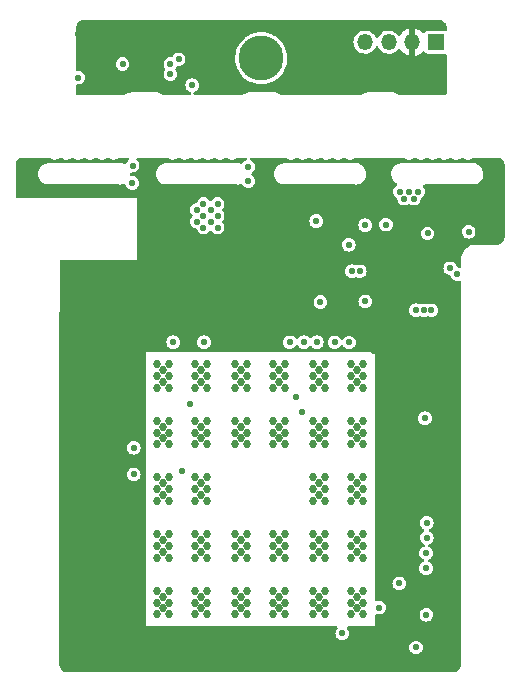
<source format=gbr>
%TF.GenerationSoftware,KiCad,Pcbnew,(6.0.2-0)*%
%TF.CreationDate,2022-10-30T17:20:57+00:00*%
%TF.ProjectId,p3-cellular-module,70332d63-656c-46c7-956c-61722d6d6f64,rev?*%
%TF.SameCoordinates,Original*%
%TF.FileFunction,Copper,L3,Inr*%
%TF.FilePolarity,Positive*%
%FSLAX46Y46*%
G04 Gerber Fmt 4.6, Leading zero omitted, Abs format (unit mm)*
G04 Created by KiCad (PCBNEW (6.0.2-0)) date 2022-10-30 17:20:57*
%MOMM*%
%LPD*%
G01*
G04 APERTURE LIST*
%TA.AperFunction,ComponentPad*%
%ADD10C,3.800000*%
%TD*%
%TA.AperFunction,ComponentPad*%
%ADD11R,1.350000X1.350000*%
%TD*%
%TA.AperFunction,ComponentPad*%
%ADD12O,1.350000X1.350000*%
%TD*%
%TA.AperFunction,ViaPad*%
%ADD13C,0.550000*%
%TD*%
%TA.AperFunction,ViaPad*%
%ADD14C,0.686000*%
%TD*%
G04 APERTURE END LIST*
D10*
%TO.N,N/C*%
%TO.C,REF\u002A\u002A*%
X145100000Y-92800000D03*
%TD*%
D11*
%TO.N,VBUS*%
%TO.C,J4*%
X159882000Y-91450000D03*
D12*
%TO.N,GND*%
X157882000Y-91450000D03*
%TO.N,/USB Connector/USB_DN_RAW*%
X155882000Y-91450000D03*
%TO.N,/USB Connector/USB_DP_RAW*%
X153882000Y-91450000D03*
%TD*%
D13*
%TO.N,VBUS*%
X156800000Y-104100000D03*
X158400000Y-104100000D03*
X157200000Y-104700000D03*
X138100000Y-92900000D03*
X161101500Y-110600000D03*
X158000000Y-104700000D03*
X137400000Y-94150000D03*
X152525008Y-116875008D03*
X157600000Y-104100000D03*
%TO.N,GND*%
X152700000Y-104850000D03*
D14*
X149500000Y-120700000D03*
X147100000Y-118700000D03*
D13*
X131100000Y-124400000D03*
X131150000Y-121400000D03*
D14*
X137300000Y-128300000D03*
X152700000Y-128300000D03*
D13*
X142300000Y-91200000D03*
X147700000Y-104850000D03*
D14*
X147100000Y-120700000D03*
X150500000Y-124500000D03*
X153700000Y-138900000D03*
X142900000Y-123500000D03*
D13*
X133050000Y-110650000D03*
D14*
X147100000Y-125500000D03*
X147100000Y-138900000D03*
X153200000Y-133600000D03*
D13*
X143600000Y-141600000D03*
X158000000Y-116900000D03*
D14*
X136300000Y-118700000D03*
D13*
X159100000Y-129800000D03*
D14*
X150500000Y-137900000D03*
X153700000Y-120700000D03*
D13*
X133700000Y-141600000D03*
X142300000Y-92000000D03*
X161600000Y-105100000D03*
D14*
X150000000Y-133600000D03*
X152700000Y-134100000D03*
D13*
X158500000Y-112500000D03*
D14*
X150000000Y-120200000D03*
X142900000Y-125500000D03*
X152700000Y-120700000D03*
X149500000Y-119700000D03*
X149500000Y-135100000D03*
X146600000Y-133600000D03*
X150500000Y-138900000D03*
X147100000Y-139900000D03*
X150500000Y-118700000D03*
X153700000Y-125500000D03*
D13*
X134800000Y-121800000D03*
X150200000Y-104300000D03*
D14*
X152700000Y-139900000D03*
X146100000Y-135100000D03*
D13*
X131150000Y-120650000D03*
X136550000Y-95100000D03*
X157000000Y-111475000D03*
X128600000Y-115700000D03*
D14*
X140000000Y-125000000D03*
X139500000Y-120700000D03*
X150500000Y-128300000D03*
D13*
X149200000Y-104300000D03*
D14*
X149500000Y-139900000D03*
X136800000Y-124000000D03*
D13*
X132800000Y-141700000D03*
X142350000Y-111900000D03*
X159100000Y-129050000D03*
D14*
X140500000Y-118700000D03*
D13*
X136050000Y-103400000D03*
D14*
X140000000Y-120200000D03*
D13*
X133700000Y-123500000D03*
X156225000Y-112500000D03*
D14*
X153700000Y-129300000D03*
D13*
X141850000Y-110000000D03*
D14*
X150000000Y-119200000D03*
D13*
X131700000Y-141000000D03*
D14*
X146600000Y-124000000D03*
X143400000Y-139400000D03*
X143400000Y-134600000D03*
X143900000Y-125500000D03*
X149500000Y-137900000D03*
D13*
X130000000Y-144300000D03*
D14*
X146600000Y-120200000D03*
X153700000Y-137900000D03*
D13*
X149700000Y-104850000D03*
X131150000Y-122150000D03*
X148150000Y-141600000D03*
X157350000Y-111975000D03*
X129300000Y-144300000D03*
D14*
X152700000Y-135100000D03*
D13*
X153700000Y-104850000D03*
D14*
X150000000Y-125000000D03*
D13*
X136458814Y-106541186D03*
D14*
X143900000Y-138900000D03*
X150500000Y-123500000D03*
X152700000Y-119700000D03*
X147100000Y-124500000D03*
D13*
X154575000Y-116900000D03*
D14*
X140000000Y-139400000D03*
X150500000Y-133100000D03*
X150500000Y-129300000D03*
X153200000Y-128800000D03*
X137300000Y-120700000D03*
X136300000Y-137900000D03*
D13*
X159100000Y-128300000D03*
X131800000Y-124400000D03*
X154200000Y-104300000D03*
X134800000Y-121050000D03*
X131800000Y-130950000D03*
X162350000Y-105100000D03*
D14*
X137300000Y-137900000D03*
X142900000Y-138900000D03*
D13*
X131900000Y-119150000D03*
D14*
X150500000Y-135100000D03*
X137300000Y-134100000D03*
X142900000Y-135100000D03*
D13*
X154600000Y-117600000D03*
X131100000Y-132900000D03*
X150700000Y-104850000D03*
D14*
X153200000Y-119200000D03*
X136800000Y-134600000D03*
D13*
X134100000Y-110650000D03*
D14*
X136800000Y-119200000D03*
D13*
X134250000Y-122900000D03*
X141150000Y-113000000D03*
D14*
X136300000Y-135100000D03*
D13*
X131100000Y-125900000D03*
D14*
X139500000Y-119700000D03*
D13*
X150050000Y-110950000D03*
X128600000Y-115000000D03*
D14*
X146100000Y-123500000D03*
X136800000Y-133600000D03*
X139500000Y-135100000D03*
X142900000Y-119700000D03*
D13*
X131900000Y-119900000D03*
X151700000Y-104850000D03*
X137400000Y-95100000D03*
X153850000Y-141600000D03*
D14*
X146100000Y-139900000D03*
X136800000Y-129800000D03*
X153700000Y-134100000D03*
X147100000Y-135100000D03*
X143400000Y-138400000D03*
D13*
X142350000Y-111150000D03*
D14*
X142900000Y-124500000D03*
D13*
X134100000Y-121400000D03*
D14*
X150500000Y-130300000D03*
D13*
X145800000Y-141600000D03*
D14*
X140500000Y-130300000D03*
D13*
X139750000Y-141600000D03*
D14*
X140500000Y-120700000D03*
D13*
X147200000Y-105650000D03*
X131100000Y-135200000D03*
D14*
X142900000Y-118700000D03*
D13*
X133550000Y-110300000D03*
X133150000Y-124050000D03*
X147800000Y-106050000D03*
D14*
X136300000Y-138900000D03*
D13*
X149600000Y-141600000D03*
D14*
X153700000Y-119700000D03*
X136300000Y-123500000D03*
X152700000Y-138900000D03*
D13*
X131100000Y-131400000D03*
X157750000Y-111475000D03*
D14*
X146100000Y-133100000D03*
X150500000Y-134100000D03*
D13*
X131150000Y-117650000D03*
X128600000Y-144300000D03*
X147200000Y-107150000D03*
D14*
X152700000Y-123500000D03*
D13*
X146700000Y-104850000D03*
D14*
X143900000Y-119700000D03*
X150500000Y-119700000D03*
D13*
X159100000Y-131350000D03*
X153200000Y-104300000D03*
D14*
X149500000Y-130300000D03*
X152700000Y-118700000D03*
X150000000Y-124000000D03*
X139500000Y-125500000D03*
X149500000Y-128300000D03*
X142900000Y-137900000D03*
D13*
X131100000Y-136750000D03*
X157725000Y-112500000D03*
X131100000Y-137500000D03*
D14*
X142900000Y-133100000D03*
D13*
X134100000Y-118400000D03*
X131100000Y-129800000D03*
X153150000Y-141600000D03*
X156600000Y-111975000D03*
D14*
X153200000Y-138400000D03*
D13*
X129600000Y-90750000D03*
D14*
X137300000Y-118700000D03*
X153700000Y-128300000D03*
D13*
X134100000Y-112150000D03*
D14*
X147100000Y-134100000D03*
X137300000Y-135100000D03*
X143400000Y-119200000D03*
X140500000Y-139900000D03*
D13*
X131050000Y-114550000D03*
D14*
X153700000Y-118700000D03*
D13*
X132450000Y-123850000D03*
X131100000Y-130550000D03*
D14*
X153700000Y-135100000D03*
D13*
X148900000Y-141600000D03*
X159100000Y-130600000D03*
D14*
X153200000Y-125000000D03*
D13*
X131100000Y-139850000D03*
X133550000Y-117050000D03*
X134100000Y-119150000D03*
X130700000Y-144300000D03*
X138300000Y-141600000D03*
D14*
X146100000Y-137900000D03*
X140000000Y-133600000D03*
D13*
X138200000Y-95100000D03*
D14*
X142900000Y-120700000D03*
D13*
X159350000Y-144275000D03*
D14*
X136300000Y-119700000D03*
X149500000Y-118700000D03*
D13*
X131100000Y-128200000D03*
D14*
X146100000Y-119700000D03*
X150500000Y-125500000D03*
X140500000Y-138900000D03*
X147100000Y-133100000D03*
D13*
X135200000Y-141600000D03*
X141850000Y-112250000D03*
D14*
X140500000Y-125500000D03*
D13*
X133550000Y-112550000D03*
D14*
X137300000Y-133100000D03*
D13*
X147400000Y-113375000D03*
X133050000Y-112150000D03*
X134100000Y-119900000D03*
D14*
X139500000Y-138900000D03*
X143900000Y-137900000D03*
X137300000Y-125500000D03*
X146100000Y-138900000D03*
D13*
X147250000Y-110500000D03*
X154900000Y-104000000D03*
D14*
X150000000Y-129800000D03*
X140000000Y-129800000D03*
D13*
X146850000Y-111000000D03*
D14*
X140000000Y-128800000D03*
X150000000Y-139400000D03*
D13*
X154900000Y-103000000D03*
D14*
X136800000Y-120200000D03*
X146600000Y-139400000D03*
X140500000Y-123500000D03*
D13*
X131100000Y-139050000D03*
X131100000Y-140600000D03*
D14*
X147100000Y-137900000D03*
D13*
X134100000Y-122150000D03*
D14*
X143900000Y-120700000D03*
X143400000Y-125000000D03*
D13*
X133550000Y-111050000D03*
D14*
X137300000Y-130300000D03*
X139500000Y-128300000D03*
X137300000Y-139900000D03*
X136300000Y-133100000D03*
D13*
X131800000Y-125150000D03*
X145050000Y-141600000D03*
D14*
X149500000Y-129300000D03*
D13*
X147200000Y-104300000D03*
D14*
X136300000Y-139900000D03*
X143900000Y-135100000D03*
D13*
X133050000Y-111400000D03*
D14*
X153200000Y-120200000D03*
X136300000Y-124500000D03*
X153700000Y-124500000D03*
X139500000Y-124500000D03*
D13*
X134100000Y-120650000D03*
D14*
X137300000Y-124500000D03*
X142900000Y-139900000D03*
X143900000Y-139900000D03*
D13*
X158650000Y-144275000D03*
D14*
X146600000Y-119200000D03*
D13*
X156975000Y-112500000D03*
D14*
X152700000Y-133100000D03*
X136300000Y-125500000D03*
D13*
X159350000Y-105100000D03*
X131100000Y-138300000D03*
D14*
X136300000Y-128300000D03*
X149500000Y-123500000D03*
D13*
X161450000Y-144275000D03*
X128600000Y-143600000D03*
X132050000Y-141700000D03*
X131100000Y-133700000D03*
D14*
X136300000Y-130300000D03*
X149500000Y-134100000D03*
D13*
X154550000Y-141600000D03*
X147800000Y-106800000D03*
X133550000Y-111800000D03*
X134800000Y-119550000D03*
D14*
X150000000Y-138400000D03*
D13*
X133550000Y-122750000D03*
D14*
X139500000Y-139900000D03*
D13*
X131400000Y-144300000D03*
D14*
X150500000Y-120700000D03*
D13*
X160850000Y-105100000D03*
D14*
X142900000Y-134100000D03*
D13*
X136750000Y-141600000D03*
D14*
X152700000Y-129300000D03*
X153200000Y-129800000D03*
D13*
X134450000Y-141600000D03*
D14*
X153700000Y-123500000D03*
D13*
X132450000Y-141000000D03*
D14*
X146100000Y-118700000D03*
D13*
X141300000Y-141600000D03*
D14*
X139500000Y-133100000D03*
D13*
X154000000Y-117250000D03*
X160050000Y-144275000D03*
D14*
X150500000Y-139900000D03*
X137300000Y-129300000D03*
X140000000Y-138400000D03*
X146600000Y-138400000D03*
D13*
X146600000Y-141600000D03*
X160100000Y-105100000D03*
X139000000Y-141600000D03*
D14*
X149500000Y-133100000D03*
D13*
X129300000Y-115700000D03*
D14*
X137300000Y-123500000D03*
D13*
X147350000Y-141600000D03*
D14*
X143900000Y-124500000D03*
D13*
X136000000Y-141600000D03*
X131150000Y-113500000D03*
X161450000Y-142875000D03*
D14*
X146100000Y-134100000D03*
X153200000Y-124000000D03*
D13*
X131100000Y-126700000D03*
X131900000Y-121400000D03*
X144300000Y-141600000D03*
X137150000Y-106550000D03*
X137400000Y-92400000D03*
X131100000Y-125150000D03*
D14*
X140000000Y-124000000D03*
D13*
X128600000Y-142900000D03*
D14*
X143400000Y-133600000D03*
D13*
X132600000Y-124600000D03*
D14*
X143400000Y-120200000D03*
D13*
X154350000Y-102500000D03*
X141800000Y-113000000D03*
X131100000Y-129000000D03*
D14*
X152700000Y-124500000D03*
D13*
X142850000Y-141600000D03*
D14*
X146600000Y-134600000D03*
D13*
X147650000Y-111000000D03*
D14*
X136800000Y-125000000D03*
X146100000Y-120700000D03*
D13*
X131100000Y-132150000D03*
X148200000Y-104300000D03*
D14*
X140500000Y-124500000D03*
X140500000Y-129300000D03*
X149500000Y-124500000D03*
X139500000Y-130300000D03*
X146100000Y-125500000D03*
D13*
X133000000Y-123300000D03*
X136800000Y-105950000D03*
X140500000Y-141600000D03*
X146350000Y-111950000D03*
X151200000Y-104300000D03*
D14*
X147100000Y-119700000D03*
D13*
X130000000Y-113550000D03*
D14*
X140000000Y-119200000D03*
X143900000Y-123500000D03*
D13*
X131150000Y-118400000D03*
D14*
X140500000Y-135100000D03*
D13*
X161450000Y-143575000D03*
D14*
X153700000Y-139900000D03*
X140500000Y-134100000D03*
X140000000Y-134600000D03*
X153200000Y-139400000D03*
D13*
X142350000Y-109650000D03*
X134100000Y-117650000D03*
D14*
X149500000Y-138900000D03*
X136800000Y-138400000D03*
D13*
X131100000Y-136000000D03*
D14*
X136800000Y-128800000D03*
D13*
X131100000Y-134450000D03*
X142350000Y-112650000D03*
D14*
X139500000Y-123500000D03*
D13*
X141850000Y-109250000D03*
X142300000Y-92800000D03*
D14*
X143900000Y-133100000D03*
X139500000Y-137900000D03*
D13*
X155250000Y-141600000D03*
X163100000Y-105100000D03*
D14*
X140500000Y-128300000D03*
D13*
X131100000Y-127450000D03*
D14*
X152700000Y-137900000D03*
D13*
X146200000Y-104300000D03*
D14*
X136300000Y-134100000D03*
D13*
X142350000Y-108900000D03*
D14*
X136800000Y-139400000D03*
D13*
X134800000Y-118800000D03*
D14*
X139500000Y-118700000D03*
D13*
X158700000Y-116875000D03*
D14*
X143400000Y-124000000D03*
D13*
X131900000Y-120650000D03*
D14*
X153700000Y-133100000D03*
D13*
X134100000Y-111400000D03*
D14*
X140500000Y-133100000D03*
X152700000Y-130300000D03*
X147100000Y-123500000D03*
X137300000Y-138900000D03*
X146100000Y-124500000D03*
D13*
X137550000Y-141600000D03*
X154900000Y-102000000D03*
X130550000Y-114050000D03*
D14*
X152700000Y-125500000D03*
D13*
X134800000Y-120300000D03*
D14*
X139500000Y-134100000D03*
X137300000Y-119700000D03*
D13*
X131800000Y-129450000D03*
X142350000Y-110400000D03*
X136050000Y-101850000D03*
X131150000Y-119900000D03*
X158100000Y-111975000D03*
D14*
X153200000Y-134600000D03*
D13*
X160750000Y-144275000D03*
D14*
X149500000Y-125500000D03*
X150000000Y-134600000D03*
X136300000Y-120700000D03*
X146600000Y-125000000D03*
D13*
X150050000Y-111675000D03*
X131900000Y-118400000D03*
X147200000Y-106400000D03*
D14*
X136300000Y-129300000D03*
X139500000Y-129300000D03*
X140500000Y-119700000D03*
X153700000Y-130300000D03*
D13*
X141850000Y-111500000D03*
X158350000Y-116300000D03*
X131150000Y-119150000D03*
X142050000Y-141600000D03*
X133200000Y-141000000D03*
X141850000Y-110750000D03*
X150350000Y-141600000D03*
D14*
X150000000Y-128800000D03*
D13*
X154350000Y-103500000D03*
D14*
X143900000Y-134100000D03*
D13*
X152200000Y-104300000D03*
X131800000Y-130200000D03*
D14*
X140500000Y-137900000D03*
X143900000Y-118700000D03*
D13*
%TO.N,+3V8*%
X140200000Y-106150000D03*
X139650000Y-105650000D03*
X139650000Y-106650000D03*
X140850000Y-106650000D03*
X140200000Y-107150000D03*
X140850000Y-105650000D03*
X141400000Y-106150000D03*
X140200000Y-105150000D03*
X137644980Y-116850000D03*
X141400000Y-105150000D03*
X149750000Y-106600000D03*
X141400000Y-107150000D03*
X162650000Y-107500000D03*
%TO.N,Net-(R2-Pad2)*%
X159175000Y-107650000D03*
X153900000Y-106950000D03*
%TO.N,/Cellular Modem/USIM_VDD*%
X159500000Y-114150000D03*
X159050000Y-134700000D03*
X153430498Y-110850000D03*
X158200000Y-114150000D03*
X158850000Y-114150000D03*
X152775500Y-110850000D03*
X159050000Y-136000000D03*
%TO.N,Net-(C15-Pad1)*%
X155650000Y-106901500D03*
X152500000Y-108600000D03*
%TO.N,Net-(C18-Pad1)*%
X153900000Y-113400000D03*
X150100000Y-113450000D03*
%TO.N,/Cellular Modem/STAT_OD*%
X161703000Y-111100000D03*
X140250000Y-116850000D03*
%TO.N,/Cellular Modem/NET_STAT_DRV*%
X133350000Y-93300000D03*
X139100000Y-122100000D03*
X134200000Y-101900000D03*
X158950000Y-123300000D03*
%TO.N,Net-(D1-Pad1)*%
X137400000Y-93300000D03*
%TO.N,/Cellular Modem/USIM_RST*%
X159075000Y-139925000D03*
%TO.N,/Cellular Modem/USIM_CLK*%
X155075000Y-139325000D03*
%TO.N,/Cellular Modem/USIM_DATA*%
X156775000Y-137275000D03*
%TO.N,/Cellular Modem/USB_DP*%
X149799675Y-116850325D03*
X143998500Y-103200000D03*
%TO.N,/Cellular Modem/USB_DN*%
X139250000Y-95100000D03*
X151298500Y-116850000D03*
X144000000Y-102000000D03*
%TO.N,Net-(TP9-Pad1)*%
X159100000Y-132150000D03*
%TO.N,Net-(TP10-Pad1)*%
X159100000Y-133400000D03*
%TO.N,/Cellular Modem/PWRKEY*%
X151950000Y-141500000D03*
X134175000Y-103375000D03*
X129600000Y-94450000D03*
X138400000Y-127750000D03*
%TO.N,Net-(TP7-Pad1)*%
X147500000Y-116850000D03*
X134300000Y-125800000D03*
X148000000Y-121475000D03*
%TO.N,Net-(TP8-Pad1)*%
X148700000Y-116850000D03*
X134300000Y-128050000D03*
X148525000Y-122725000D03*
%TO.N,Net-(TP1-Pad1)*%
X158200000Y-142700000D03*
%TD*%
%TA.AperFunction,Conductor*%
%TO.N,GND*%
G36*
X127209730Y-101245002D02*
G01*
X127234357Y-101265713D01*
X127239986Y-101271835D01*
X127239988Y-101271837D01*
X127245799Y-101278156D01*
X127253096Y-101282680D01*
X127253098Y-101282682D01*
X127366687Y-101353110D01*
X127366690Y-101353111D01*
X127373986Y-101357635D01*
X127518825Y-101399715D01*
X127525803Y-101400227D01*
X127527208Y-101400331D01*
X127527219Y-101400331D01*
X127529515Y-101400500D01*
X127637785Y-101400500D01*
X127642030Y-101399918D01*
X127642037Y-101399918D01*
X127702522Y-101391632D01*
X127749432Y-101385206D01*
X127813145Y-101357635D01*
X127879971Y-101328717D01*
X127879973Y-101328716D01*
X127887855Y-101325305D01*
X127977047Y-101253079D01*
X128042572Y-101225754D01*
X128056339Y-101225000D01*
X128141609Y-101225000D01*
X128209730Y-101245002D01*
X128234357Y-101265713D01*
X128239986Y-101271835D01*
X128239988Y-101271837D01*
X128245799Y-101278156D01*
X128253096Y-101282680D01*
X128253098Y-101282682D01*
X128366687Y-101353110D01*
X128366690Y-101353111D01*
X128373986Y-101357635D01*
X128518825Y-101399715D01*
X128525803Y-101400227D01*
X128527208Y-101400331D01*
X128527219Y-101400331D01*
X128529515Y-101400500D01*
X128637785Y-101400500D01*
X128642030Y-101399918D01*
X128642037Y-101399918D01*
X128702522Y-101391632D01*
X128749432Y-101385206D01*
X128813145Y-101357635D01*
X128879971Y-101328717D01*
X128879973Y-101328716D01*
X128887855Y-101325305D01*
X128977047Y-101253079D01*
X129042572Y-101225754D01*
X129056339Y-101225000D01*
X129141609Y-101225000D01*
X129209730Y-101245002D01*
X129234357Y-101265713D01*
X129239986Y-101271835D01*
X129239988Y-101271837D01*
X129245799Y-101278156D01*
X129253096Y-101282680D01*
X129253098Y-101282682D01*
X129366687Y-101353110D01*
X129366690Y-101353111D01*
X129373986Y-101357635D01*
X129518825Y-101399715D01*
X129525803Y-101400227D01*
X129527208Y-101400331D01*
X129527219Y-101400331D01*
X129529515Y-101400500D01*
X129637785Y-101400500D01*
X129642030Y-101399918D01*
X129642037Y-101399918D01*
X129702522Y-101391632D01*
X129749432Y-101385206D01*
X129813145Y-101357635D01*
X129879971Y-101328717D01*
X129879973Y-101328716D01*
X129887855Y-101325305D01*
X129977047Y-101253079D01*
X130042572Y-101225754D01*
X130056339Y-101225000D01*
X130141609Y-101225000D01*
X130209730Y-101245002D01*
X130234357Y-101265713D01*
X130239986Y-101271835D01*
X130239988Y-101271837D01*
X130245799Y-101278156D01*
X130253096Y-101282680D01*
X130253098Y-101282682D01*
X130366687Y-101353110D01*
X130366690Y-101353111D01*
X130373986Y-101357635D01*
X130518825Y-101399715D01*
X130525803Y-101400227D01*
X130527208Y-101400331D01*
X130527219Y-101400331D01*
X130529515Y-101400500D01*
X130637785Y-101400500D01*
X130642030Y-101399918D01*
X130642037Y-101399918D01*
X130702522Y-101391632D01*
X130749432Y-101385206D01*
X130813145Y-101357635D01*
X130879971Y-101328717D01*
X130879973Y-101328716D01*
X130887855Y-101325305D01*
X130977047Y-101253079D01*
X131042572Y-101225754D01*
X131056339Y-101225000D01*
X131141609Y-101225000D01*
X131209730Y-101245002D01*
X131234357Y-101265713D01*
X131239986Y-101271835D01*
X131239988Y-101271837D01*
X131245799Y-101278156D01*
X131253096Y-101282680D01*
X131253098Y-101282682D01*
X131366687Y-101353110D01*
X131366690Y-101353111D01*
X131373986Y-101357635D01*
X131518825Y-101399715D01*
X131525803Y-101400227D01*
X131527208Y-101400331D01*
X131527219Y-101400331D01*
X131529515Y-101400500D01*
X131637785Y-101400500D01*
X131642030Y-101399918D01*
X131642037Y-101399918D01*
X131702522Y-101391632D01*
X131749432Y-101385206D01*
X131813145Y-101357635D01*
X131879971Y-101328717D01*
X131879973Y-101328716D01*
X131887855Y-101325305D01*
X131977047Y-101253079D01*
X132042572Y-101225754D01*
X132056339Y-101225000D01*
X132141609Y-101225000D01*
X132209730Y-101245002D01*
X132234357Y-101265713D01*
X132239986Y-101271835D01*
X132239988Y-101271837D01*
X132245799Y-101278156D01*
X132253096Y-101282680D01*
X132253098Y-101282682D01*
X132366687Y-101353110D01*
X132366690Y-101353111D01*
X132373986Y-101357635D01*
X132518825Y-101399715D01*
X132525803Y-101400227D01*
X132527208Y-101400331D01*
X132527219Y-101400331D01*
X132529515Y-101400500D01*
X132637785Y-101400500D01*
X132642030Y-101399918D01*
X132642037Y-101399918D01*
X132702522Y-101391632D01*
X132749432Y-101385206D01*
X132813145Y-101357635D01*
X132879971Y-101328717D01*
X132879973Y-101328716D01*
X132887855Y-101325305D01*
X132977047Y-101253079D01*
X133042572Y-101225754D01*
X133056339Y-101225000D01*
X133763132Y-101225000D01*
X133831253Y-101245002D01*
X133877746Y-101298658D01*
X133887850Y-101368932D01*
X133858356Y-101433512D01*
X133839836Y-101450962D01*
X133789549Y-101489549D01*
X133697302Y-101609767D01*
X133661051Y-101697285D01*
X133648849Y-101726742D01*
X133604300Y-101782023D01*
X133536937Y-101804444D01*
X133470953Y-101788503D01*
X133466009Y-101785739D01*
X133448270Y-101775821D01*
X133442782Y-101773965D01*
X133442779Y-101773964D01*
X133290948Y-101722625D01*
X133290945Y-101722624D01*
X133285461Y-101720770D01*
X133196413Y-101708010D01*
X133173169Y-101704679D01*
X133166000Y-101703297D01*
X133159280Y-101700615D01*
X133153007Y-101700000D01*
X133149502Y-101700000D01*
X133148585Y-101699935D01*
X133146855Y-101699850D01*
X133146857Y-101699811D01*
X133131617Y-101698724D01*
X133129178Y-101698374D01*
X133129169Y-101698374D01*
X133122794Y-101697460D01*
X133115366Y-101695760D01*
X133094405Y-101698374D01*
X133089128Y-101699032D01*
X133073536Y-101700000D01*
X127137271Y-101700000D01*
X127115392Y-101698086D01*
X127110850Y-101697285D01*
X127110849Y-101697285D01*
X127100000Y-101695372D01*
X127096492Y-101695990D01*
X127083990Y-101697221D01*
X127083989Y-101697221D01*
X126991299Y-101706351D01*
X126923569Y-101713022D01*
X126917639Y-101714821D01*
X126917638Y-101714821D01*
X126878340Y-101726742D01*
X126753918Y-101764485D01*
X126748463Y-101767401D01*
X126748460Y-101767402D01*
X126645381Y-101822499D01*
X126597567Y-101848056D01*
X126460524Y-101960524D01*
X126456597Y-101965309D01*
X126351987Y-102092777D01*
X126348056Y-102097567D01*
X126345136Y-102103030D01*
X126295023Y-102196786D01*
X126264485Y-102253918D01*
X126262688Y-102259842D01*
X126218395Y-102405858D01*
X126213022Y-102423569D01*
X126195990Y-102596492D01*
X126195372Y-102600000D01*
X126196722Y-102607654D01*
X126195760Y-102615366D01*
X126197460Y-102622794D01*
X126220770Y-102785461D01*
X126222624Y-102790945D01*
X126222625Y-102790948D01*
X126258759Y-102897810D01*
X126275821Y-102948270D01*
X126278650Y-102953330D01*
X126348472Y-103078214D01*
X126359691Y-103098281D01*
X126469557Y-103230443D01*
X126601719Y-103340309D01*
X126606773Y-103343135D01*
X126606775Y-103343136D01*
X126663768Y-103375000D01*
X126751730Y-103424179D01*
X126757218Y-103426035D01*
X126757221Y-103426036D01*
X126909052Y-103477375D01*
X126909055Y-103477376D01*
X126914539Y-103479230D01*
X126991325Y-103490233D01*
X127026831Y-103495321D01*
X127034000Y-103496703D01*
X127040720Y-103499385D01*
X127046993Y-103500000D01*
X127050498Y-103500000D01*
X127051415Y-103500065D01*
X127053145Y-103500150D01*
X127053143Y-103500189D01*
X127068383Y-103501276D01*
X127070822Y-103501626D01*
X127070831Y-103501626D01*
X127077206Y-103502540D01*
X127084634Y-103504240D01*
X127110871Y-103500968D01*
X127126464Y-103500000D01*
X133062729Y-103500000D01*
X133084608Y-103501914D01*
X133089150Y-103502715D01*
X133089151Y-103502715D01*
X133100000Y-103504628D01*
X133103508Y-103504010D01*
X133116010Y-103502779D01*
X133116011Y-103502779D01*
X133208701Y-103493649D01*
X133276431Y-103486978D01*
X133288939Y-103483184D01*
X133384090Y-103454320D01*
X133446082Y-103435515D01*
X133446110Y-103435500D01*
X133514571Y-103428143D01*
X133578056Y-103459925D01*
X133613467Y-103518809D01*
X133614313Y-103525236D01*
X133672302Y-103665233D01*
X133764549Y-103785451D01*
X133884767Y-103877698D01*
X134024764Y-103935687D01*
X134175000Y-103955466D01*
X134183188Y-103954388D01*
X134317048Y-103936765D01*
X134325236Y-103935687D01*
X134465233Y-103877698D01*
X134585451Y-103785451D01*
X134677698Y-103665233D01*
X134735687Y-103525236D01*
X134740961Y-103485180D01*
X134754388Y-103383188D01*
X134755466Y-103375000D01*
X134735687Y-103224764D01*
X134677698Y-103084767D01*
X134585451Y-102964549D01*
X134465233Y-102872302D01*
X134325236Y-102814313D01*
X134175000Y-102794534D01*
X134166812Y-102795612D01*
X134166810Y-102795612D01*
X134140101Y-102799128D01*
X134069952Y-102788188D01*
X134016854Y-102741059D01*
X133997665Y-102672705D01*
X133998263Y-102661855D01*
X134004010Y-102603508D01*
X134004628Y-102600000D01*
X134003429Y-102593201D01*
X134003684Y-102589090D01*
X134004240Y-102584634D01*
X134004240Y-102584633D01*
X134004241Y-102584622D01*
X134007999Y-102585091D01*
X134019874Y-102535535D01*
X134071119Y-102486397D01*
X134145616Y-102473306D01*
X134200000Y-102480466D01*
X134208188Y-102479388D01*
X134342048Y-102461765D01*
X134350236Y-102460687D01*
X134490233Y-102402698D01*
X134610451Y-102310451D01*
X134702698Y-102190233D01*
X134760687Y-102050236D01*
X134780466Y-101900000D01*
X134762625Y-101764485D01*
X134761765Y-101757952D01*
X134760687Y-101749764D01*
X134702698Y-101609767D01*
X134610451Y-101489549D01*
X134560164Y-101450962D01*
X134518296Y-101393624D01*
X134514075Y-101322753D01*
X134548840Y-101260850D01*
X134611552Y-101227569D01*
X134636868Y-101225000D01*
X137141609Y-101225000D01*
X137209730Y-101245002D01*
X137234357Y-101265713D01*
X137239986Y-101271835D01*
X137239988Y-101271837D01*
X137245799Y-101278156D01*
X137253096Y-101282680D01*
X137253098Y-101282682D01*
X137366687Y-101353110D01*
X137366690Y-101353111D01*
X137373986Y-101357635D01*
X137518825Y-101399715D01*
X137525803Y-101400227D01*
X137527208Y-101400331D01*
X137527219Y-101400331D01*
X137529515Y-101400500D01*
X137637785Y-101400500D01*
X137642030Y-101399918D01*
X137642037Y-101399918D01*
X137702522Y-101391632D01*
X137749432Y-101385206D01*
X137813145Y-101357635D01*
X137879971Y-101328717D01*
X137879973Y-101328716D01*
X137887855Y-101325305D01*
X137977047Y-101253079D01*
X138042572Y-101225754D01*
X138056339Y-101225000D01*
X138141609Y-101225000D01*
X138209730Y-101245002D01*
X138234357Y-101265713D01*
X138239986Y-101271835D01*
X138239988Y-101271837D01*
X138245799Y-101278156D01*
X138253096Y-101282680D01*
X138253098Y-101282682D01*
X138366687Y-101353110D01*
X138366690Y-101353111D01*
X138373986Y-101357635D01*
X138518825Y-101399715D01*
X138525803Y-101400227D01*
X138527208Y-101400331D01*
X138527219Y-101400331D01*
X138529515Y-101400500D01*
X138637785Y-101400500D01*
X138642030Y-101399918D01*
X138642037Y-101399918D01*
X138702522Y-101391632D01*
X138749432Y-101385206D01*
X138813145Y-101357635D01*
X138879971Y-101328717D01*
X138879973Y-101328716D01*
X138887855Y-101325305D01*
X138977047Y-101253079D01*
X139042572Y-101225754D01*
X139056339Y-101225000D01*
X139141609Y-101225000D01*
X139209730Y-101245002D01*
X139234357Y-101265713D01*
X139239986Y-101271835D01*
X139239988Y-101271837D01*
X139245799Y-101278156D01*
X139253096Y-101282680D01*
X139253098Y-101282682D01*
X139366687Y-101353110D01*
X139366690Y-101353111D01*
X139373986Y-101357635D01*
X139518825Y-101399715D01*
X139525803Y-101400227D01*
X139527208Y-101400331D01*
X139527219Y-101400331D01*
X139529515Y-101400500D01*
X139637785Y-101400500D01*
X139642030Y-101399918D01*
X139642037Y-101399918D01*
X139702522Y-101391632D01*
X139749432Y-101385206D01*
X139813145Y-101357635D01*
X139879971Y-101328717D01*
X139879973Y-101328716D01*
X139887855Y-101325305D01*
X139977047Y-101253079D01*
X140042572Y-101225754D01*
X140056339Y-101225000D01*
X140141609Y-101225000D01*
X140209730Y-101245002D01*
X140234357Y-101265713D01*
X140239986Y-101271835D01*
X140239988Y-101271837D01*
X140245799Y-101278156D01*
X140253096Y-101282680D01*
X140253098Y-101282682D01*
X140366687Y-101353110D01*
X140366690Y-101353111D01*
X140373986Y-101357635D01*
X140518825Y-101399715D01*
X140525803Y-101400227D01*
X140527208Y-101400331D01*
X140527219Y-101400331D01*
X140529515Y-101400500D01*
X140637785Y-101400500D01*
X140642030Y-101399918D01*
X140642037Y-101399918D01*
X140702522Y-101391632D01*
X140749432Y-101385206D01*
X140813145Y-101357635D01*
X140879971Y-101328717D01*
X140879973Y-101328716D01*
X140887855Y-101325305D01*
X140977047Y-101253079D01*
X141042572Y-101225754D01*
X141056339Y-101225000D01*
X141141609Y-101225000D01*
X141209730Y-101245002D01*
X141234357Y-101265713D01*
X141239986Y-101271835D01*
X141239988Y-101271837D01*
X141245799Y-101278156D01*
X141253096Y-101282680D01*
X141253098Y-101282682D01*
X141366687Y-101353110D01*
X141366690Y-101353111D01*
X141373986Y-101357635D01*
X141518825Y-101399715D01*
X141525803Y-101400227D01*
X141527208Y-101400331D01*
X141527219Y-101400331D01*
X141529515Y-101400500D01*
X141637785Y-101400500D01*
X141642030Y-101399918D01*
X141642037Y-101399918D01*
X141702522Y-101391632D01*
X141749432Y-101385206D01*
X141813145Y-101357635D01*
X141879971Y-101328717D01*
X141879973Y-101328716D01*
X141887855Y-101325305D01*
X141977047Y-101253079D01*
X142042572Y-101225754D01*
X142056339Y-101225000D01*
X142141609Y-101225000D01*
X142209730Y-101245002D01*
X142234357Y-101265713D01*
X142239986Y-101271835D01*
X142239988Y-101271837D01*
X142245799Y-101278156D01*
X142253096Y-101282680D01*
X142253098Y-101282682D01*
X142366687Y-101353110D01*
X142366690Y-101353111D01*
X142373986Y-101357635D01*
X142518825Y-101399715D01*
X142525803Y-101400227D01*
X142527208Y-101400331D01*
X142527219Y-101400331D01*
X142529515Y-101400500D01*
X142637785Y-101400500D01*
X142642030Y-101399918D01*
X142642037Y-101399918D01*
X142702522Y-101391632D01*
X142749432Y-101385206D01*
X142813145Y-101357635D01*
X142879971Y-101328717D01*
X142879973Y-101328716D01*
X142887855Y-101325305D01*
X142977047Y-101253079D01*
X143042572Y-101225754D01*
X143056339Y-101225000D01*
X143733717Y-101225000D01*
X143801838Y-101245002D01*
X143848331Y-101298658D01*
X143858435Y-101368932D01*
X143828941Y-101433512D01*
X143781935Y-101467409D01*
X143709767Y-101497302D01*
X143589549Y-101589549D01*
X143584523Y-101596099D01*
X143497998Y-101708860D01*
X143440660Y-101750727D01*
X143369789Y-101754949D01*
X143357677Y-101751517D01*
X143272233Y-101722626D01*
X143272230Y-101722625D01*
X143266743Y-101720770D01*
X143177695Y-101708010D01*
X143154451Y-101704679D01*
X143147282Y-101703297D01*
X143140562Y-101700615D01*
X143134289Y-101700000D01*
X143130784Y-101700000D01*
X143129867Y-101699935D01*
X143128137Y-101699850D01*
X143128139Y-101699811D01*
X143112899Y-101698724D01*
X143110460Y-101698374D01*
X143110451Y-101698374D01*
X143104076Y-101697460D01*
X143096648Y-101695760D01*
X143075687Y-101698374D01*
X143070410Y-101699032D01*
X143054818Y-101700000D01*
X137118553Y-101700000D01*
X137096674Y-101698086D01*
X137092132Y-101697285D01*
X137092131Y-101697285D01*
X137081282Y-101695372D01*
X137077774Y-101695990D01*
X137065272Y-101697221D01*
X137065271Y-101697221D01*
X136972581Y-101706351D01*
X136904851Y-101713022D01*
X136898921Y-101714821D01*
X136898920Y-101714821D01*
X136859622Y-101726742D01*
X136735200Y-101764485D01*
X136729745Y-101767401D01*
X136729742Y-101767402D01*
X136626663Y-101822499D01*
X136578849Y-101848056D01*
X136441806Y-101960524D01*
X136437879Y-101965309D01*
X136333269Y-102092777D01*
X136329338Y-102097567D01*
X136326418Y-102103030D01*
X136276305Y-102196786D01*
X136245767Y-102253918D01*
X136243970Y-102259842D01*
X136199677Y-102405858D01*
X136194304Y-102423569D01*
X136177272Y-102596492D01*
X136176654Y-102600000D01*
X136178004Y-102607654D01*
X136177042Y-102615366D01*
X136178742Y-102622794D01*
X136202052Y-102785461D01*
X136203906Y-102790945D01*
X136203907Y-102790948D01*
X136240041Y-102897810D01*
X136257103Y-102948270D01*
X136259932Y-102953330D01*
X136329754Y-103078214D01*
X136340973Y-103098281D01*
X136450839Y-103230443D01*
X136583001Y-103340309D01*
X136588055Y-103343135D01*
X136588057Y-103343136D01*
X136645050Y-103375000D01*
X136733012Y-103424179D01*
X136738500Y-103426035D01*
X136738503Y-103426036D01*
X136890334Y-103477375D01*
X136890337Y-103477376D01*
X136895821Y-103479230D01*
X136972607Y-103490233D01*
X137008113Y-103495321D01*
X137015282Y-103496703D01*
X137022002Y-103499385D01*
X137028275Y-103500000D01*
X137031780Y-103500000D01*
X137032697Y-103500065D01*
X137034427Y-103500150D01*
X137034425Y-103500189D01*
X137049665Y-103501276D01*
X137052104Y-103501626D01*
X137052113Y-103501626D01*
X137058488Y-103502540D01*
X137065916Y-103504240D01*
X137092153Y-103500968D01*
X137107746Y-103500000D01*
X143044011Y-103500000D01*
X143065890Y-103501914D01*
X143070432Y-103502715D01*
X143070433Y-103502715D01*
X143081282Y-103504628D01*
X143084790Y-103504010D01*
X143097292Y-103502779D01*
X143097293Y-103502779D01*
X143189983Y-103493649D01*
X143257713Y-103486978D01*
X143365372Y-103454320D01*
X143436364Y-103453687D01*
X143496431Y-103491536D01*
X143501908Y-103498191D01*
X143541243Y-103549453D01*
X143588049Y-103610451D01*
X143708267Y-103702698D01*
X143848264Y-103760687D01*
X143998500Y-103780466D01*
X144006688Y-103779388D01*
X144140548Y-103761765D01*
X144148736Y-103760687D01*
X144288733Y-103702698D01*
X144408951Y-103610451D01*
X144501198Y-103490233D01*
X144559187Y-103350236D01*
X144578966Y-103200000D01*
X144559187Y-103049764D01*
X144501198Y-102909767D01*
X144408951Y-102789549D01*
X144292949Y-102700537D01*
X144251082Y-102643199D01*
X144248509Y-102600000D01*
X146176654Y-102600000D01*
X146178004Y-102607654D01*
X146177042Y-102615366D01*
X146178742Y-102622794D01*
X146202052Y-102785461D01*
X146203906Y-102790945D01*
X146203907Y-102790948D01*
X146240041Y-102897810D01*
X146257103Y-102948270D01*
X146259932Y-102953330D01*
X146329754Y-103078214D01*
X146340973Y-103098281D01*
X146450839Y-103230443D01*
X146583001Y-103340309D01*
X146588055Y-103343135D01*
X146588057Y-103343136D01*
X146645050Y-103375000D01*
X146733012Y-103424179D01*
X146738500Y-103426035D01*
X146738503Y-103426036D01*
X146890334Y-103477375D01*
X146890337Y-103477376D01*
X146895821Y-103479230D01*
X146972607Y-103490233D01*
X147008113Y-103495321D01*
X147015282Y-103496703D01*
X147022002Y-103499385D01*
X147028275Y-103500000D01*
X147031780Y-103500000D01*
X147032697Y-103500065D01*
X147034427Y-103500150D01*
X147034425Y-103500189D01*
X147049665Y-103501276D01*
X147052104Y-103501626D01*
X147052113Y-103501626D01*
X147058488Y-103502540D01*
X147065916Y-103504240D01*
X147092153Y-103500968D01*
X147107746Y-103500000D01*
X153044011Y-103500000D01*
X153065890Y-103501914D01*
X153070432Y-103502715D01*
X153070433Y-103502715D01*
X153081282Y-103504628D01*
X153084790Y-103504010D01*
X153097292Y-103502779D01*
X153097293Y-103502779D01*
X153189983Y-103493649D01*
X153257713Y-103486978D01*
X153270221Y-103483184D01*
X153421440Y-103437312D01*
X153427364Y-103435515D01*
X153432819Y-103432599D01*
X153432822Y-103432598D01*
X153578252Y-103354864D01*
X153583715Y-103351944D01*
X153720758Y-103239476D01*
X153833226Y-103102433D01*
X153846171Y-103078214D01*
X153913880Y-102951540D01*
X153913881Y-102951537D01*
X153916797Y-102946082D01*
X153939178Y-102872302D01*
X153966461Y-102782362D01*
X153966461Y-102782361D01*
X153968260Y-102776431D01*
X153985292Y-102603508D01*
X153985910Y-102600000D01*
X156095372Y-102600000D01*
X156096722Y-102607654D01*
X156095760Y-102615366D01*
X156097460Y-102622794D01*
X156120770Y-102785461D01*
X156122624Y-102790945D01*
X156122625Y-102790948D01*
X156158759Y-102897810D01*
X156175821Y-102948270D01*
X156178650Y-102953330D01*
X156248472Y-103078214D01*
X156259691Y-103098281D01*
X156369557Y-103230443D01*
X156501719Y-103340309D01*
X156542238Y-103362963D01*
X156591934Y-103413663D01*
X156606332Y-103483184D01*
X156580858Y-103549453D01*
X156528969Y-103589348D01*
X156509767Y-103597302D01*
X156389549Y-103689549D01*
X156297302Y-103809767D01*
X156239313Y-103949764D01*
X156219534Y-104100000D01*
X156239313Y-104250236D01*
X156297302Y-104390233D01*
X156389549Y-104510451D01*
X156509767Y-104602698D01*
X156517389Y-104605855D01*
X156517394Y-104605858D01*
X156545108Y-104617337D01*
X156600389Y-104661885D01*
X156621811Y-104717298D01*
X156639313Y-104850236D01*
X156697302Y-104990233D01*
X156789549Y-105110451D01*
X156909767Y-105202698D01*
X157049764Y-105260687D01*
X157200000Y-105280466D01*
X157208188Y-105279388D01*
X157342048Y-105261765D01*
X157350236Y-105260687D01*
X157490233Y-105202698D01*
X157523298Y-105177326D01*
X157589517Y-105151727D01*
X157659065Y-105165992D01*
X157676699Y-105177324D01*
X157709767Y-105202698D01*
X157849764Y-105260687D01*
X158000000Y-105280466D01*
X158008188Y-105279388D01*
X158142048Y-105261765D01*
X158150236Y-105260687D01*
X158290233Y-105202698D01*
X158410451Y-105110451D01*
X158502698Y-104990233D01*
X158560687Y-104850236D01*
X158578189Y-104717299D01*
X158606910Y-104652373D01*
X158654892Y-104617337D01*
X158682606Y-104605858D01*
X158682611Y-104605855D01*
X158690233Y-104602698D01*
X158810451Y-104510451D01*
X158902698Y-104390233D01*
X158960687Y-104250236D01*
X158980466Y-104100000D01*
X158960687Y-103949764D01*
X158902698Y-103809767D01*
X158880215Y-103780466D01*
X158820545Y-103702704D01*
X158794944Y-103636484D01*
X158809208Y-103566935D01*
X158858810Y-103516139D01*
X158920507Y-103500000D01*
X162962729Y-103500000D01*
X162984608Y-103501914D01*
X162989150Y-103502715D01*
X162989151Y-103502715D01*
X163000000Y-103504628D01*
X163003508Y-103504010D01*
X163016010Y-103502779D01*
X163016011Y-103502779D01*
X163108701Y-103493649D01*
X163176431Y-103486978D01*
X163188939Y-103483184D01*
X163340158Y-103437312D01*
X163346082Y-103435515D01*
X163351537Y-103432599D01*
X163351540Y-103432598D01*
X163496970Y-103354864D01*
X163502433Y-103351944D01*
X163639476Y-103239476D01*
X163751944Y-103102433D01*
X163764889Y-103078214D01*
X163832598Y-102951540D01*
X163832599Y-102951537D01*
X163835515Y-102946082D01*
X163857896Y-102872302D01*
X163885179Y-102782362D01*
X163885179Y-102782361D01*
X163886978Y-102776431D01*
X163904010Y-102603508D01*
X163904628Y-102600000D01*
X163903278Y-102592346D01*
X163904240Y-102584634D01*
X163902540Y-102577206D01*
X163879230Y-102414539D01*
X163875227Y-102402698D01*
X163826036Y-102257221D01*
X163826035Y-102257218D01*
X163824179Y-102251730D01*
X163793460Y-102196786D01*
X163743136Y-102106775D01*
X163743135Y-102106773D01*
X163740309Y-102101719D01*
X163630443Y-101969557D01*
X163498281Y-101859691D01*
X163480526Y-101849764D01*
X163353330Y-101778650D01*
X163353328Y-101778649D01*
X163348270Y-101775821D01*
X163342782Y-101773965D01*
X163342779Y-101773964D01*
X163190948Y-101722625D01*
X163190945Y-101722624D01*
X163185461Y-101720770D01*
X163096413Y-101708010D01*
X163073169Y-101704679D01*
X163066000Y-101703297D01*
X163059280Y-101700615D01*
X163053007Y-101700000D01*
X163049502Y-101700000D01*
X163048585Y-101699935D01*
X163046855Y-101699850D01*
X163046857Y-101699811D01*
X163031617Y-101698724D01*
X163029178Y-101698374D01*
X163029169Y-101698374D01*
X163022794Y-101697460D01*
X163015366Y-101695760D01*
X162994405Y-101698374D01*
X162989128Y-101699032D01*
X162973536Y-101700000D01*
X157037271Y-101700000D01*
X157015392Y-101698086D01*
X157010850Y-101697285D01*
X157010849Y-101697285D01*
X157000000Y-101695372D01*
X156996492Y-101695990D01*
X156983990Y-101697221D01*
X156983989Y-101697221D01*
X156891299Y-101706351D01*
X156823569Y-101713022D01*
X156817639Y-101714821D01*
X156817638Y-101714821D01*
X156778340Y-101726742D01*
X156653918Y-101764485D01*
X156648463Y-101767401D01*
X156648460Y-101767402D01*
X156545381Y-101822499D01*
X156497567Y-101848056D01*
X156360524Y-101960524D01*
X156356597Y-101965309D01*
X156251987Y-102092777D01*
X156248056Y-102097567D01*
X156245136Y-102103030D01*
X156195023Y-102196786D01*
X156164485Y-102253918D01*
X156162688Y-102259842D01*
X156118395Y-102405858D01*
X156113022Y-102423569D01*
X156095990Y-102596492D01*
X156095372Y-102600000D01*
X153985910Y-102600000D01*
X153984560Y-102592346D01*
X153985522Y-102584634D01*
X153983822Y-102577206D01*
X153960512Y-102414539D01*
X153956509Y-102402698D01*
X153907318Y-102257221D01*
X153907317Y-102257218D01*
X153905461Y-102251730D01*
X153874742Y-102196786D01*
X153824418Y-102106775D01*
X153824417Y-102106773D01*
X153821591Y-102101719D01*
X153711725Y-101969557D01*
X153579563Y-101859691D01*
X153561808Y-101849764D01*
X153434612Y-101778650D01*
X153434610Y-101778649D01*
X153429552Y-101775821D01*
X153424064Y-101773965D01*
X153424061Y-101773964D01*
X153272230Y-101722625D01*
X153272227Y-101722624D01*
X153266743Y-101720770D01*
X153177695Y-101708010D01*
X153154451Y-101704679D01*
X153147282Y-101703297D01*
X153140562Y-101700615D01*
X153134289Y-101700000D01*
X153130784Y-101700000D01*
X153129867Y-101699935D01*
X153128137Y-101699850D01*
X153128139Y-101699811D01*
X153112899Y-101698724D01*
X153110460Y-101698374D01*
X153110451Y-101698374D01*
X153104076Y-101697460D01*
X153096648Y-101695760D01*
X153075687Y-101698374D01*
X153070410Y-101699032D01*
X153054818Y-101700000D01*
X147118553Y-101700000D01*
X147096674Y-101698086D01*
X147092132Y-101697285D01*
X147092131Y-101697285D01*
X147081282Y-101695372D01*
X147077774Y-101695990D01*
X147065272Y-101697221D01*
X147065271Y-101697221D01*
X146972581Y-101706351D01*
X146904851Y-101713022D01*
X146898921Y-101714821D01*
X146898920Y-101714821D01*
X146859622Y-101726742D01*
X146735200Y-101764485D01*
X146729745Y-101767401D01*
X146729742Y-101767402D01*
X146626663Y-101822499D01*
X146578849Y-101848056D01*
X146441806Y-101960524D01*
X146437879Y-101965309D01*
X146333269Y-102092777D01*
X146329338Y-102097567D01*
X146326418Y-102103030D01*
X146276305Y-102196786D01*
X146245767Y-102253918D01*
X146243970Y-102259842D01*
X146199677Y-102405858D01*
X146194304Y-102423569D01*
X146177272Y-102596492D01*
X146176654Y-102600000D01*
X144248509Y-102600000D01*
X144246861Y-102572328D01*
X144281626Y-102510425D01*
X144292950Y-102500613D01*
X144344983Y-102460687D01*
X144410451Y-102410451D01*
X144502698Y-102290233D01*
X144560687Y-102150236D01*
X144580466Y-102000000D01*
X144560687Y-101849764D01*
X144502698Y-101709767D01*
X144410451Y-101589549D01*
X144290233Y-101497302D01*
X144218065Y-101467409D01*
X144162784Y-101422861D01*
X144140363Y-101355497D01*
X144157921Y-101286706D01*
X144209883Y-101238328D01*
X144266283Y-101225000D01*
X147141609Y-101225000D01*
X147209730Y-101245002D01*
X147234357Y-101265713D01*
X147239986Y-101271835D01*
X147239988Y-101271837D01*
X147245799Y-101278156D01*
X147253096Y-101282680D01*
X147253098Y-101282682D01*
X147366687Y-101353110D01*
X147366690Y-101353111D01*
X147373986Y-101357635D01*
X147518825Y-101399715D01*
X147525803Y-101400227D01*
X147527208Y-101400331D01*
X147527219Y-101400331D01*
X147529515Y-101400500D01*
X147637785Y-101400500D01*
X147642030Y-101399918D01*
X147642037Y-101399918D01*
X147702522Y-101391632D01*
X147749432Y-101385206D01*
X147813145Y-101357635D01*
X147879971Y-101328717D01*
X147879973Y-101328716D01*
X147887855Y-101325305D01*
X147977047Y-101253079D01*
X148042572Y-101225754D01*
X148056339Y-101225000D01*
X148141609Y-101225000D01*
X148209730Y-101245002D01*
X148234357Y-101265713D01*
X148239986Y-101271835D01*
X148239988Y-101271837D01*
X148245799Y-101278156D01*
X148253096Y-101282680D01*
X148253098Y-101282682D01*
X148366687Y-101353110D01*
X148366690Y-101353111D01*
X148373986Y-101357635D01*
X148518825Y-101399715D01*
X148525803Y-101400227D01*
X148527208Y-101400331D01*
X148527219Y-101400331D01*
X148529515Y-101400500D01*
X148637785Y-101400500D01*
X148642030Y-101399918D01*
X148642037Y-101399918D01*
X148702522Y-101391632D01*
X148749432Y-101385206D01*
X148813145Y-101357635D01*
X148879971Y-101328717D01*
X148879973Y-101328716D01*
X148887855Y-101325305D01*
X148977047Y-101253079D01*
X149042572Y-101225754D01*
X149056339Y-101225000D01*
X149141609Y-101225000D01*
X149209730Y-101245002D01*
X149234357Y-101265713D01*
X149239986Y-101271835D01*
X149239988Y-101271837D01*
X149245799Y-101278156D01*
X149253096Y-101282680D01*
X149253098Y-101282682D01*
X149366687Y-101353110D01*
X149366690Y-101353111D01*
X149373986Y-101357635D01*
X149518825Y-101399715D01*
X149525803Y-101400227D01*
X149527208Y-101400331D01*
X149527219Y-101400331D01*
X149529515Y-101400500D01*
X149637785Y-101400500D01*
X149642030Y-101399918D01*
X149642037Y-101399918D01*
X149702522Y-101391632D01*
X149749432Y-101385206D01*
X149813145Y-101357635D01*
X149879971Y-101328717D01*
X149879973Y-101328716D01*
X149887855Y-101325305D01*
X149977047Y-101253079D01*
X150042572Y-101225754D01*
X150056339Y-101225000D01*
X150141609Y-101225000D01*
X150209730Y-101245002D01*
X150234357Y-101265713D01*
X150239986Y-101271835D01*
X150239988Y-101271837D01*
X150245799Y-101278156D01*
X150253096Y-101282680D01*
X150253098Y-101282682D01*
X150366687Y-101353110D01*
X150366690Y-101353111D01*
X150373986Y-101357635D01*
X150518825Y-101399715D01*
X150525803Y-101400227D01*
X150527208Y-101400331D01*
X150527219Y-101400331D01*
X150529515Y-101400500D01*
X150637785Y-101400500D01*
X150642030Y-101399918D01*
X150642037Y-101399918D01*
X150702522Y-101391632D01*
X150749432Y-101385206D01*
X150813145Y-101357635D01*
X150879971Y-101328717D01*
X150879973Y-101328716D01*
X150887855Y-101325305D01*
X150977047Y-101253079D01*
X151042572Y-101225754D01*
X151056339Y-101225000D01*
X151141609Y-101225000D01*
X151209730Y-101245002D01*
X151234357Y-101265713D01*
X151239986Y-101271835D01*
X151239988Y-101271837D01*
X151245799Y-101278156D01*
X151253096Y-101282680D01*
X151253098Y-101282682D01*
X151366687Y-101353110D01*
X151366690Y-101353111D01*
X151373986Y-101357635D01*
X151518825Y-101399715D01*
X151525803Y-101400227D01*
X151527208Y-101400331D01*
X151527219Y-101400331D01*
X151529515Y-101400500D01*
X151637785Y-101400500D01*
X151642030Y-101399918D01*
X151642037Y-101399918D01*
X151702522Y-101391632D01*
X151749432Y-101385206D01*
X151813145Y-101357635D01*
X151879971Y-101328717D01*
X151879973Y-101328716D01*
X151887855Y-101325305D01*
X151977047Y-101253079D01*
X152042572Y-101225754D01*
X152056339Y-101225000D01*
X152141609Y-101225000D01*
X152209730Y-101245002D01*
X152234357Y-101265713D01*
X152239986Y-101271835D01*
X152239988Y-101271837D01*
X152245799Y-101278156D01*
X152253096Y-101282680D01*
X152253098Y-101282682D01*
X152366687Y-101353110D01*
X152366690Y-101353111D01*
X152373986Y-101357635D01*
X152518825Y-101399715D01*
X152525803Y-101400227D01*
X152527208Y-101400331D01*
X152527219Y-101400331D01*
X152529515Y-101400500D01*
X152637785Y-101400500D01*
X152642030Y-101399918D01*
X152642037Y-101399918D01*
X152702522Y-101391632D01*
X152749432Y-101385206D01*
X152813145Y-101357635D01*
X152879971Y-101328717D01*
X152879973Y-101328716D01*
X152887855Y-101325305D01*
X152977047Y-101253079D01*
X153042572Y-101225754D01*
X153056339Y-101225000D01*
X157141609Y-101225000D01*
X157209730Y-101245002D01*
X157234357Y-101265713D01*
X157239986Y-101271835D01*
X157239988Y-101271837D01*
X157245799Y-101278156D01*
X157253096Y-101282680D01*
X157253098Y-101282682D01*
X157366687Y-101353110D01*
X157366690Y-101353111D01*
X157373986Y-101357635D01*
X157518825Y-101399715D01*
X157525803Y-101400227D01*
X157527208Y-101400331D01*
X157527219Y-101400331D01*
X157529515Y-101400500D01*
X157637785Y-101400500D01*
X157642030Y-101399918D01*
X157642037Y-101399918D01*
X157702522Y-101391632D01*
X157749432Y-101385206D01*
X157813145Y-101357635D01*
X157879971Y-101328717D01*
X157879973Y-101328716D01*
X157887855Y-101325305D01*
X157977047Y-101253079D01*
X158042572Y-101225754D01*
X158056339Y-101225000D01*
X158141609Y-101225000D01*
X158209730Y-101245002D01*
X158234357Y-101265713D01*
X158239986Y-101271835D01*
X158239988Y-101271837D01*
X158245799Y-101278156D01*
X158253096Y-101282680D01*
X158253098Y-101282682D01*
X158366687Y-101353110D01*
X158366690Y-101353111D01*
X158373986Y-101357635D01*
X158518825Y-101399715D01*
X158525803Y-101400227D01*
X158527208Y-101400331D01*
X158527219Y-101400331D01*
X158529515Y-101400500D01*
X158637785Y-101400500D01*
X158642030Y-101399918D01*
X158642037Y-101399918D01*
X158702522Y-101391632D01*
X158749432Y-101385206D01*
X158813145Y-101357635D01*
X158879971Y-101328717D01*
X158879973Y-101328716D01*
X158887855Y-101325305D01*
X158977047Y-101253079D01*
X159042572Y-101225754D01*
X159056339Y-101225000D01*
X159141609Y-101225000D01*
X159209730Y-101245002D01*
X159234357Y-101265713D01*
X159239986Y-101271835D01*
X159239988Y-101271837D01*
X159245799Y-101278156D01*
X159253096Y-101282680D01*
X159253098Y-101282682D01*
X159366687Y-101353110D01*
X159366690Y-101353111D01*
X159373986Y-101357635D01*
X159518825Y-101399715D01*
X159525803Y-101400227D01*
X159527208Y-101400331D01*
X159527219Y-101400331D01*
X159529515Y-101400500D01*
X159637785Y-101400500D01*
X159642030Y-101399918D01*
X159642037Y-101399918D01*
X159702522Y-101391632D01*
X159749432Y-101385206D01*
X159813145Y-101357635D01*
X159879971Y-101328717D01*
X159879973Y-101328716D01*
X159887855Y-101325305D01*
X159977047Y-101253079D01*
X160042572Y-101225754D01*
X160056339Y-101225000D01*
X160141609Y-101225000D01*
X160209730Y-101245002D01*
X160234357Y-101265713D01*
X160239986Y-101271835D01*
X160239988Y-101271837D01*
X160245799Y-101278156D01*
X160253096Y-101282680D01*
X160253098Y-101282682D01*
X160366687Y-101353110D01*
X160366690Y-101353111D01*
X160373986Y-101357635D01*
X160518825Y-101399715D01*
X160525803Y-101400227D01*
X160527208Y-101400331D01*
X160527219Y-101400331D01*
X160529515Y-101400500D01*
X160637785Y-101400500D01*
X160642030Y-101399918D01*
X160642037Y-101399918D01*
X160702522Y-101391632D01*
X160749432Y-101385206D01*
X160813145Y-101357635D01*
X160879971Y-101328717D01*
X160879973Y-101328716D01*
X160887855Y-101325305D01*
X160977047Y-101253079D01*
X161042572Y-101225754D01*
X161056339Y-101225000D01*
X161141609Y-101225000D01*
X161209730Y-101245002D01*
X161234357Y-101265713D01*
X161239986Y-101271835D01*
X161239988Y-101271837D01*
X161245799Y-101278156D01*
X161253096Y-101282680D01*
X161253098Y-101282682D01*
X161366687Y-101353110D01*
X161366690Y-101353111D01*
X161373986Y-101357635D01*
X161518825Y-101399715D01*
X161525803Y-101400227D01*
X161527208Y-101400331D01*
X161527219Y-101400331D01*
X161529515Y-101400500D01*
X161637785Y-101400500D01*
X161642030Y-101399918D01*
X161642037Y-101399918D01*
X161702522Y-101391632D01*
X161749432Y-101385206D01*
X161813145Y-101357635D01*
X161879971Y-101328717D01*
X161879973Y-101328716D01*
X161887855Y-101325305D01*
X161977047Y-101253079D01*
X162042572Y-101225754D01*
X162056339Y-101225000D01*
X162141609Y-101225000D01*
X162209730Y-101245002D01*
X162234357Y-101265713D01*
X162239986Y-101271835D01*
X162239988Y-101271837D01*
X162245799Y-101278156D01*
X162253096Y-101282680D01*
X162253098Y-101282682D01*
X162366687Y-101353110D01*
X162366690Y-101353111D01*
X162373986Y-101357635D01*
X162518825Y-101399715D01*
X162525803Y-101400227D01*
X162527208Y-101400331D01*
X162527219Y-101400331D01*
X162529515Y-101400500D01*
X162637785Y-101400500D01*
X162642030Y-101399918D01*
X162642037Y-101399918D01*
X162702522Y-101391632D01*
X162749432Y-101385206D01*
X162813145Y-101357635D01*
X162879971Y-101328717D01*
X162879973Y-101328716D01*
X162887855Y-101325305D01*
X162977047Y-101253079D01*
X163042572Y-101225754D01*
X163056339Y-101225000D01*
X165343722Y-101225000D01*
X165411843Y-101245002D01*
X165423643Y-101253591D01*
X165485389Y-101304265D01*
X165502847Y-101321724D01*
X165570487Y-101404143D01*
X165574155Y-101408613D01*
X165587876Y-101429147D01*
X165620162Y-101489549D01*
X165640867Y-101528285D01*
X165650317Y-101551098D01*
X165682948Y-101658668D01*
X165687766Y-101682893D01*
X165696679Y-101773389D01*
X165697286Y-101785739D01*
X165697286Y-101796250D01*
X165695372Y-101807107D01*
X165697286Y-101817962D01*
X165698086Y-101822499D01*
X165700000Y-101844378D01*
X165700000Y-107866786D01*
X165697762Y-107890426D01*
X165695403Y-107902777D01*
X165697162Y-107913657D01*
X165697008Y-107924474D01*
X165696239Y-107936700D01*
X165693618Y-107960114D01*
X165686111Y-108027159D01*
X165681037Y-108051104D01*
X165647935Y-108155858D01*
X165647051Y-108158654D01*
X165637443Y-108181167D01*
X165583305Y-108280113D01*
X165569527Y-108300343D01*
X165557867Y-108314322D01*
X165497270Y-108386967D01*
X165479851Y-108404140D01*
X165392205Y-108475162D01*
X165371793Y-108488644D01*
X165311382Y-108520590D01*
X165272078Y-108541375D01*
X165249430Y-108550662D01*
X165206420Y-108563584D01*
X165141401Y-108583118D01*
X165117391Y-108587848D01*
X165058164Y-108593629D01*
X165026793Y-108596690D01*
X165014555Y-108597286D01*
X165003750Y-108597286D01*
X164992893Y-108595372D01*
X164982038Y-108597286D01*
X164977501Y-108598086D01*
X164955622Y-108600000D01*
X163337271Y-108600000D01*
X163315392Y-108598086D01*
X163310855Y-108597286D01*
X163300000Y-108595372D01*
X163293772Y-108596470D01*
X163096007Y-108612034D01*
X163091200Y-108613188D01*
X163091194Y-108613189D01*
X162967081Y-108642987D01*
X162897036Y-108659803D01*
X162892465Y-108661696D01*
X162892463Y-108661697D01*
X162712561Y-108736214D01*
X162712557Y-108736216D01*
X162707987Y-108738109D01*
X162533516Y-108845025D01*
X162377918Y-108977918D01*
X162245025Y-109133516D01*
X162138109Y-109307987D01*
X162136216Y-109312557D01*
X162136214Y-109312561D01*
X162097915Y-109405025D01*
X162059803Y-109497036D01*
X162012034Y-109696007D01*
X162011646Y-109700940D01*
X162000839Y-109838268D01*
X162000435Y-109840702D01*
X162000615Y-109840720D01*
X162000000Y-109846993D01*
X161999624Y-109846956D01*
X161999189Y-109848208D01*
X161999083Y-109848846D01*
X162000000Y-109848918D01*
X161996470Y-109893772D01*
X161995372Y-109900000D01*
X161997286Y-109910855D01*
X161998086Y-109915392D01*
X162000000Y-109937271D01*
X162000000Y-110415548D01*
X161979998Y-110483669D01*
X161926342Y-110530162D01*
X161856068Y-110540266D01*
X161855016Y-110540050D01*
X161853236Y-110539313D01*
X161794678Y-110531604D01*
X161762386Y-110527352D01*
X161697459Y-110498629D01*
X161665571Y-110448362D01*
X161662187Y-110449764D01*
X161631590Y-110375897D01*
X161604198Y-110309767D01*
X161511951Y-110189549D01*
X161391733Y-110097302D01*
X161251736Y-110039313D01*
X161101500Y-110019534D01*
X160951264Y-110039313D01*
X160811267Y-110097302D01*
X160691049Y-110189549D01*
X160598802Y-110309767D01*
X160540813Y-110449764D01*
X160521034Y-110600000D01*
X160540813Y-110750236D01*
X160598802Y-110890233D01*
X160691049Y-111010451D01*
X160811267Y-111102698D01*
X160951264Y-111160687D01*
X160959452Y-111161765D01*
X161042114Y-111172648D01*
X161107041Y-111201371D01*
X161138929Y-111251638D01*
X161142313Y-111250236D01*
X161200302Y-111390233D01*
X161292549Y-111510451D01*
X161412767Y-111602698D01*
X161552764Y-111660687D01*
X161703000Y-111680466D01*
X161711188Y-111679388D01*
X161853236Y-111660687D01*
X161853545Y-111663034D01*
X161912365Y-111664435D01*
X161971161Y-111704229D01*
X161999109Y-111769494D01*
X162000000Y-111784452D01*
X162000000Y-144062729D01*
X161998086Y-144084608D01*
X161995372Y-144100000D01*
X161997286Y-144110857D01*
X161997286Y-144121368D01*
X161996679Y-144133718D01*
X161987766Y-144224214D01*
X161982948Y-144248437D01*
X161950317Y-144356009D01*
X161940867Y-144378822D01*
X161887878Y-144477957D01*
X161874157Y-144498491D01*
X161802848Y-144585382D01*
X161785382Y-144602848D01*
X161698494Y-144674155D01*
X161677960Y-144687876D01*
X161578822Y-144740867D01*
X161556009Y-144750317D01*
X161448437Y-144782948D01*
X161424214Y-144787766D01*
X161363014Y-144793794D01*
X161333715Y-144796679D01*
X161321368Y-144797286D01*
X161310857Y-144797286D01*
X161300000Y-144795372D01*
X161289145Y-144797286D01*
X161284608Y-144798086D01*
X161262729Y-144800000D01*
X128737271Y-144800000D01*
X128715392Y-144798086D01*
X128710855Y-144797286D01*
X128700000Y-144795372D01*
X128689143Y-144797286D01*
X128678632Y-144797286D01*
X128666285Y-144796679D01*
X128636986Y-144793794D01*
X128575786Y-144787766D01*
X128551563Y-144782948D01*
X128443991Y-144750317D01*
X128421178Y-144740867D01*
X128322040Y-144687876D01*
X128301506Y-144674155D01*
X128214618Y-144602848D01*
X128197152Y-144585382D01*
X128125843Y-144498491D01*
X128112122Y-144477957D01*
X128059133Y-144378822D01*
X128049683Y-144356009D01*
X128017052Y-144248437D01*
X128012234Y-144224214D01*
X128003321Y-144133718D01*
X128002714Y-144121368D01*
X128002714Y-144110857D01*
X128004628Y-144100000D01*
X128001914Y-144084608D01*
X128000000Y-144062729D01*
X128000000Y-142700000D01*
X157619534Y-142700000D01*
X157639313Y-142850236D01*
X157697302Y-142990233D01*
X157789549Y-143110451D01*
X157909767Y-143202698D01*
X158049764Y-143260687D01*
X158200000Y-143280466D01*
X158208188Y-143279388D01*
X158342048Y-143261765D01*
X158350236Y-143260687D01*
X158490233Y-143202698D01*
X158610451Y-143110451D01*
X158702698Y-142990233D01*
X158760687Y-142850236D01*
X158780466Y-142700000D01*
X158760687Y-142549764D01*
X158702698Y-142409767D01*
X158610451Y-142289549D01*
X158490233Y-142197302D01*
X158350236Y-142139313D01*
X158200000Y-142119534D01*
X158049764Y-142139313D01*
X157909767Y-142197302D01*
X157789549Y-142289549D01*
X157697302Y-142409767D01*
X157639313Y-142549764D01*
X157619534Y-142700000D01*
X128000000Y-142700000D01*
X128000000Y-140900000D01*
X135350000Y-140900000D01*
X151429493Y-140900000D01*
X151497614Y-140920002D01*
X151544107Y-140973658D01*
X151554211Y-141043932D01*
X151529455Y-141102703D01*
X151447302Y-141209767D01*
X151389313Y-141349764D01*
X151369534Y-141500000D01*
X151389313Y-141650236D01*
X151447302Y-141790233D01*
X151539549Y-141910451D01*
X151659767Y-142002698D01*
X151799764Y-142060687D01*
X151950000Y-142080466D01*
X151958188Y-142079388D01*
X152092048Y-142061765D01*
X152100236Y-142060687D01*
X152240233Y-142002698D01*
X152360451Y-141910451D01*
X152452698Y-141790233D01*
X152510687Y-141650236D01*
X152530466Y-141500000D01*
X152510687Y-141349764D01*
X152452698Y-141209767D01*
X152370545Y-141102703D01*
X152344944Y-141036484D01*
X152359208Y-140966935D01*
X152408810Y-140916139D01*
X152470507Y-140900000D01*
X154700000Y-140900000D01*
X154700000Y-139981159D01*
X154716490Y-139925000D01*
X158494534Y-139925000D01*
X158514313Y-140075236D01*
X158572302Y-140215233D01*
X158664549Y-140335451D01*
X158784767Y-140427698D01*
X158924764Y-140485687D01*
X159075000Y-140505466D01*
X159083188Y-140504388D01*
X159217048Y-140486765D01*
X159225236Y-140485687D01*
X159365233Y-140427698D01*
X159485451Y-140335451D01*
X159577698Y-140215233D01*
X159635687Y-140075236D01*
X159655466Y-139925000D01*
X159635687Y-139774764D01*
X159577698Y-139634767D01*
X159485451Y-139514549D01*
X159365233Y-139422302D01*
X159225236Y-139364313D01*
X159075000Y-139344534D01*
X158924764Y-139364313D01*
X158784767Y-139422302D01*
X158664549Y-139514549D01*
X158572302Y-139634767D01*
X158514313Y-139774764D01*
X158494534Y-139925000D01*
X154716490Y-139925000D01*
X154720002Y-139913038D01*
X154773658Y-139866545D01*
X154843932Y-139856441D01*
X154874218Y-139864750D01*
X154924764Y-139885687D01*
X155075000Y-139905466D01*
X155083188Y-139904388D01*
X155217048Y-139886765D01*
X155225236Y-139885687D01*
X155365233Y-139827698D01*
X155485451Y-139735451D01*
X155577698Y-139615233D01*
X155635687Y-139475236D01*
X155655466Y-139325000D01*
X155635687Y-139174764D01*
X155577698Y-139034767D01*
X155485451Y-138914549D01*
X155365233Y-138822302D01*
X155225236Y-138764313D01*
X155075000Y-138744534D01*
X154924764Y-138764313D01*
X154917135Y-138767473D01*
X154874218Y-138785250D01*
X154803629Y-138792839D01*
X154740142Y-138761060D01*
X154703914Y-138700002D01*
X154700000Y-138668841D01*
X154700000Y-137275000D01*
X156194534Y-137275000D01*
X156214313Y-137425236D01*
X156272302Y-137565233D01*
X156364549Y-137685451D01*
X156484767Y-137777698D01*
X156624764Y-137835687D01*
X156775000Y-137855466D01*
X156783188Y-137854388D01*
X156917048Y-137836765D01*
X156925236Y-137835687D01*
X157065233Y-137777698D01*
X157185451Y-137685451D01*
X157277698Y-137565233D01*
X157335687Y-137425236D01*
X157355466Y-137275000D01*
X157335687Y-137124764D01*
X157277698Y-136984767D01*
X157185451Y-136864549D01*
X157065233Y-136772302D01*
X156925236Y-136714313D01*
X156775000Y-136694534D01*
X156624764Y-136714313D01*
X156484767Y-136772302D01*
X156364549Y-136864549D01*
X156272302Y-136984767D01*
X156214313Y-137124764D01*
X156194534Y-137275000D01*
X154700000Y-137275000D01*
X154700000Y-136000000D01*
X158469534Y-136000000D01*
X158489313Y-136150236D01*
X158547302Y-136290233D01*
X158639549Y-136410451D01*
X158759767Y-136502698D01*
X158899764Y-136560687D01*
X159050000Y-136580466D01*
X159058188Y-136579388D01*
X159192048Y-136561765D01*
X159200236Y-136560687D01*
X159340233Y-136502698D01*
X159460451Y-136410451D01*
X159552698Y-136290233D01*
X159610687Y-136150236D01*
X159630466Y-136000000D01*
X159610687Y-135849764D01*
X159552698Y-135709767D01*
X159460451Y-135589549D01*
X159340233Y-135497302D01*
X159265651Y-135466409D01*
X159210370Y-135421861D01*
X159187949Y-135354497D01*
X159205507Y-135285706D01*
X159257469Y-135237328D01*
X159265651Y-135233591D01*
X159340233Y-135202698D01*
X159460451Y-135110451D01*
X159552698Y-134990233D01*
X159610687Y-134850236D01*
X159630466Y-134700000D01*
X159610687Y-134549764D01*
X159552698Y-134409767D01*
X159460451Y-134289549D01*
X159340233Y-134197302D01*
X159332604Y-134194142D01*
X159332599Y-134194139D01*
X159290650Y-134176763D01*
X159235369Y-134132215D01*
X159212949Y-134064851D01*
X159230508Y-133996060D01*
X159282470Y-133947682D01*
X159290640Y-133943951D01*
X159390233Y-133902698D01*
X159510451Y-133810451D01*
X159602698Y-133690233D01*
X159660687Y-133550236D01*
X159680466Y-133400000D01*
X159660687Y-133249764D01*
X159602698Y-133109767D01*
X159510451Y-132989549D01*
X159390233Y-132897302D01*
X159376006Y-132891409D01*
X159320725Y-132846861D01*
X159298304Y-132779497D01*
X159315862Y-132710706D01*
X159367824Y-132662328D01*
X159376006Y-132658591D01*
X159390233Y-132652698D01*
X159510451Y-132560451D01*
X159602698Y-132440233D01*
X159660687Y-132300236D01*
X159680466Y-132150000D01*
X159660687Y-131999764D01*
X159602698Y-131859767D01*
X159510451Y-131739549D01*
X159390233Y-131647302D01*
X159250236Y-131589313D01*
X159100000Y-131569534D01*
X158949764Y-131589313D01*
X158809767Y-131647302D01*
X158689549Y-131739549D01*
X158597302Y-131859767D01*
X158539313Y-131999764D01*
X158519534Y-132150000D01*
X158539313Y-132300236D01*
X158597302Y-132440233D01*
X158689549Y-132560451D01*
X158809767Y-132652698D01*
X158823994Y-132658591D01*
X158879275Y-132703139D01*
X158901696Y-132770503D01*
X158884138Y-132839294D01*
X158832176Y-132887672D01*
X158823995Y-132891408D01*
X158809767Y-132897302D01*
X158689549Y-132989549D01*
X158597302Y-133109767D01*
X158539313Y-133249764D01*
X158519534Y-133400000D01*
X158539313Y-133550236D01*
X158597302Y-133690233D01*
X158689549Y-133810451D01*
X158809767Y-133902698D01*
X158817396Y-133905858D01*
X158817401Y-133905861D01*
X158859350Y-133923237D01*
X158914631Y-133967785D01*
X158937051Y-134035149D01*
X158919492Y-134103940D01*
X158867530Y-134152318D01*
X158859360Y-134156049D01*
X158759767Y-134197302D01*
X158639549Y-134289549D01*
X158547302Y-134409767D01*
X158489313Y-134549764D01*
X158469534Y-134700000D01*
X158489313Y-134850236D01*
X158547302Y-134990233D01*
X158639549Y-135110451D01*
X158759767Y-135202698D01*
X158834349Y-135233591D01*
X158889630Y-135278139D01*
X158912051Y-135345503D01*
X158894493Y-135414294D01*
X158842531Y-135462672D01*
X158834350Y-135466408D01*
X158759767Y-135497302D01*
X158639549Y-135589549D01*
X158547302Y-135709767D01*
X158489313Y-135849764D01*
X158469534Y-136000000D01*
X154700000Y-136000000D01*
X154700000Y-123300000D01*
X158369534Y-123300000D01*
X158389313Y-123450236D01*
X158447302Y-123590233D01*
X158539549Y-123710451D01*
X158659767Y-123802698D01*
X158799764Y-123860687D01*
X158950000Y-123880466D01*
X158958188Y-123879388D01*
X159092048Y-123861765D01*
X159100236Y-123860687D01*
X159240233Y-123802698D01*
X159360451Y-123710451D01*
X159452698Y-123590233D01*
X159510687Y-123450236D01*
X159530466Y-123300000D01*
X159510687Y-123149764D01*
X159452698Y-123009767D01*
X159360451Y-122889549D01*
X159240233Y-122797302D01*
X159100236Y-122739313D01*
X158950000Y-122719534D01*
X158799764Y-122739313D01*
X158659767Y-122797302D01*
X158539549Y-122889549D01*
X158447302Y-123009767D01*
X158389313Y-123149764D01*
X158369534Y-123300000D01*
X154700000Y-123300000D01*
X154700000Y-117700000D01*
X152590036Y-117700000D01*
X152521915Y-117679998D01*
X152520970Y-117678907D01*
X152479395Y-117698495D01*
X152459980Y-117700000D01*
X135350000Y-117700000D01*
X135350000Y-140900000D01*
X128000000Y-140900000D01*
X128000000Y-128050000D01*
X133719534Y-128050000D01*
X133739313Y-128200236D01*
X133797302Y-128340233D01*
X133889549Y-128460451D01*
X134009767Y-128552698D01*
X134149764Y-128610687D01*
X134300000Y-128630466D01*
X134308188Y-128629388D01*
X134442048Y-128611765D01*
X134450236Y-128610687D01*
X134590233Y-128552698D01*
X134710451Y-128460451D01*
X134802698Y-128340233D01*
X134860687Y-128200236D01*
X134880466Y-128050000D01*
X134860687Y-127899764D01*
X134802698Y-127759767D01*
X134710451Y-127639549D01*
X134590233Y-127547302D01*
X134450236Y-127489313D01*
X134300000Y-127469534D01*
X134149764Y-127489313D01*
X134009767Y-127547302D01*
X133889549Y-127639549D01*
X133797302Y-127759767D01*
X133739313Y-127899764D01*
X133719534Y-128050000D01*
X128000000Y-128050000D01*
X128000000Y-125800000D01*
X133719534Y-125800000D01*
X133739313Y-125950236D01*
X133797302Y-126090233D01*
X133889549Y-126210451D01*
X134009767Y-126302698D01*
X134149764Y-126360687D01*
X134300000Y-126380466D01*
X134308188Y-126379388D01*
X134442048Y-126361765D01*
X134450236Y-126360687D01*
X134590233Y-126302698D01*
X134710451Y-126210451D01*
X134802698Y-126090233D01*
X134860687Y-125950236D01*
X134880466Y-125800000D01*
X134860687Y-125649764D01*
X134802698Y-125509767D01*
X134710451Y-125389549D01*
X134590233Y-125297302D01*
X134450236Y-125239313D01*
X134300000Y-125219534D01*
X134149764Y-125239313D01*
X134009767Y-125297302D01*
X133889549Y-125389549D01*
X133797302Y-125509767D01*
X133739313Y-125649764D01*
X133719534Y-125800000D01*
X128000000Y-125800000D01*
X128000000Y-116850000D01*
X137064514Y-116850000D01*
X137084293Y-117000236D01*
X137142282Y-117140233D01*
X137234529Y-117260451D01*
X137354747Y-117352698D01*
X137494744Y-117410687D01*
X137644980Y-117430466D01*
X137653168Y-117429388D01*
X137787028Y-117411765D01*
X137795216Y-117410687D01*
X137935213Y-117352698D01*
X138055431Y-117260451D01*
X138147678Y-117140233D01*
X138205667Y-117000236D01*
X138225446Y-116850000D01*
X139669534Y-116850000D01*
X139689313Y-117000236D01*
X139747302Y-117140233D01*
X139839549Y-117260451D01*
X139959767Y-117352698D01*
X140099764Y-117410687D01*
X140250000Y-117430466D01*
X140258188Y-117429388D01*
X140392048Y-117411765D01*
X140400236Y-117410687D01*
X140540233Y-117352698D01*
X140660451Y-117260451D01*
X140752698Y-117140233D01*
X140810687Y-117000236D01*
X140830466Y-116850000D01*
X146919534Y-116850000D01*
X146939313Y-117000236D01*
X146997302Y-117140233D01*
X147089549Y-117260451D01*
X147209767Y-117352698D01*
X147349764Y-117410687D01*
X147500000Y-117430466D01*
X147508188Y-117429388D01*
X147642048Y-117411765D01*
X147650236Y-117410687D01*
X147790233Y-117352698D01*
X147910451Y-117260451D01*
X147949751Y-117209235D01*
X148000038Y-117143700D01*
X148057376Y-117101833D01*
X148128247Y-117097611D01*
X148190150Y-117132375D01*
X148199962Y-117143700D01*
X148250249Y-117209235D01*
X148289549Y-117260451D01*
X148409767Y-117352698D01*
X148549764Y-117410687D01*
X148700000Y-117430466D01*
X148708188Y-117429388D01*
X148842048Y-117411765D01*
X148850236Y-117410687D01*
X148990233Y-117352698D01*
X149110451Y-117260451D01*
X149149752Y-117209233D01*
X149207089Y-117167367D01*
X149277960Y-117163146D01*
X149339863Y-117197911D01*
X149349674Y-117209234D01*
X149389224Y-117260776D01*
X149509442Y-117353023D01*
X149556891Y-117372677D01*
X149641026Y-117407527D01*
X149649439Y-117411012D01*
X149799675Y-117430791D01*
X149807863Y-117429713D01*
X149941723Y-117412090D01*
X149949911Y-117411012D01*
X149958325Y-117407527D01*
X150042459Y-117372677D01*
X150089908Y-117353023D01*
X150210126Y-117260776D01*
X150302373Y-117140558D01*
X150360362Y-117000561D01*
X150380141Y-116850325D01*
X150380098Y-116850000D01*
X150718034Y-116850000D01*
X150737813Y-117000236D01*
X150795802Y-117140233D01*
X150888049Y-117260451D01*
X151008267Y-117352698D01*
X151148264Y-117410687D01*
X151298500Y-117430466D01*
X151306688Y-117429388D01*
X151440548Y-117411765D01*
X151448736Y-117410687D01*
X151588733Y-117352698D01*
X151708951Y-117260451D01*
X151801198Y-117140233D01*
X151802460Y-117141201D01*
X151847020Y-117098711D01*
X151916733Y-117085273D01*
X151982645Y-117111658D01*
X152012958Y-117151647D01*
X152015019Y-117150457D01*
X152019149Y-117157610D01*
X152022310Y-117165241D01*
X152114557Y-117285459D01*
X152234775Y-117377706D01*
X152374772Y-117435695D01*
X152382960Y-117436773D01*
X152476426Y-117449078D01*
X152526402Y-117471186D01*
X152554538Y-117453104D01*
X152573590Y-117449078D01*
X152667056Y-117436773D01*
X152675244Y-117435695D01*
X152815241Y-117377706D01*
X152935459Y-117285459D01*
X153027706Y-117165241D01*
X153085695Y-117025244D01*
X153105474Y-116875008D01*
X153085695Y-116724772D01*
X153027706Y-116584775D01*
X152935459Y-116464557D01*
X152815241Y-116372310D01*
X152675244Y-116314321D01*
X152525008Y-116294542D01*
X152374772Y-116314321D01*
X152234775Y-116372310D01*
X152114557Y-116464557D01*
X152022310Y-116584775D01*
X152021048Y-116583807D01*
X151976488Y-116626297D01*
X151906775Y-116639735D01*
X151840863Y-116613350D01*
X151810550Y-116573361D01*
X151808489Y-116574551D01*
X151804358Y-116567397D01*
X151801198Y-116559767D01*
X151708951Y-116439549D01*
X151588733Y-116347302D01*
X151461360Y-116294542D01*
X151456365Y-116292473D01*
X151448736Y-116289313D01*
X151298500Y-116269534D01*
X151148264Y-116289313D01*
X151140635Y-116292473D01*
X151135640Y-116294542D01*
X151008267Y-116347302D01*
X150888049Y-116439549D01*
X150795802Y-116559767D01*
X150737813Y-116699764D01*
X150718034Y-116850000D01*
X150380098Y-116850000D01*
X150360362Y-116700089D01*
X150302373Y-116560092D01*
X150210126Y-116439874D01*
X150089908Y-116347627D01*
X149949911Y-116289638D01*
X149799675Y-116269859D01*
X149649439Y-116289638D01*
X149509442Y-116347627D01*
X149389224Y-116439874D01*
X149349924Y-116491091D01*
X149292586Y-116532958D01*
X149221715Y-116537179D01*
X149159812Y-116502414D01*
X149150000Y-116491090D01*
X149115477Y-116446099D01*
X149110451Y-116439549D01*
X148990233Y-116347302D01*
X148862860Y-116294542D01*
X148857865Y-116292473D01*
X148850236Y-116289313D01*
X148700000Y-116269534D01*
X148549764Y-116289313D01*
X148542135Y-116292473D01*
X148537140Y-116294542D01*
X148409767Y-116347302D01*
X148289549Y-116439549D01*
X148284523Y-116446099D01*
X148199962Y-116556300D01*
X148142624Y-116598167D01*
X148071753Y-116602389D01*
X148009850Y-116567625D01*
X148000038Y-116556300D01*
X147915477Y-116446099D01*
X147910451Y-116439549D01*
X147790233Y-116347302D01*
X147662860Y-116294542D01*
X147657865Y-116292473D01*
X147650236Y-116289313D01*
X147500000Y-116269534D01*
X147349764Y-116289313D01*
X147342135Y-116292473D01*
X147337140Y-116294542D01*
X147209767Y-116347302D01*
X147089549Y-116439549D01*
X146997302Y-116559767D01*
X146939313Y-116699764D01*
X146919534Y-116850000D01*
X140830466Y-116850000D01*
X140810687Y-116699764D01*
X140752698Y-116559767D01*
X140660451Y-116439549D01*
X140540233Y-116347302D01*
X140412860Y-116294542D01*
X140407865Y-116292473D01*
X140400236Y-116289313D01*
X140250000Y-116269534D01*
X140099764Y-116289313D01*
X140092135Y-116292473D01*
X140087140Y-116294542D01*
X139959767Y-116347302D01*
X139839549Y-116439549D01*
X139747302Y-116559767D01*
X139689313Y-116699764D01*
X139669534Y-116850000D01*
X138225446Y-116850000D01*
X138205667Y-116699764D01*
X138147678Y-116559767D01*
X138055431Y-116439549D01*
X137935213Y-116347302D01*
X137807840Y-116294542D01*
X137802845Y-116292473D01*
X137795216Y-116289313D01*
X137644980Y-116269534D01*
X137494744Y-116289313D01*
X137487115Y-116292473D01*
X137482120Y-116294542D01*
X137354747Y-116347302D01*
X137234529Y-116439549D01*
X137142282Y-116559767D01*
X137084293Y-116699764D01*
X137064514Y-116850000D01*
X128000000Y-116850000D01*
X128000000Y-114318053D01*
X128019982Y-114250000D01*
X128025000Y-114250000D01*
X128025000Y-114150000D01*
X157619534Y-114150000D01*
X157639313Y-114300236D01*
X157697302Y-114440233D01*
X157789549Y-114560451D01*
X157909767Y-114652698D01*
X158049764Y-114710687D01*
X158200000Y-114730466D01*
X158208188Y-114729388D01*
X158342048Y-114711765D01*
X158350236Y-114710687D01*
X158357865Y-114707527D01*
X158476782Y-114658270D01*
X158547372Y-114650681D01*
X158573218Y-114658270D01*
X158692135Y-114707527D01*
X158699764Y-114710687D01*
X158850000Y-114730466D01*
X158858188Y-114729388D01*
X158992048Y-114711765D01*
X159000236Y-114710687D01*
X159007865Y-114707527D01*
X159126782Y-114658270D01*
X159197372Y-114650681D01*
X159223218Y-114658270D01*
X159342135Y-114707527D01*
X159349764Y-114710687D01*
X159500000Y-114730466D01*
X159508188Y-114729388D01*
X159642048Y-114711765D01*
X159650236Y-114710687D01*
X159790233Y-114652698D01*
X159910451Y-114560451D01*
X160002698Y-114440233D01*
X160060687Y-114300236D01*
X160080466Y-114150000D01*
X160060687Y-113999764D01*
X160002698Y-113859767D01*
X159910451Y-113739549D01*
X159790233Y-113647302D01*
X159650236Y-113589313D01*
X159500000Y-113569534D01*
X159349764Y-113589313D01*
X159342135Y-113592473D01*
X159223218Y-113641730D01*
X159152628Y-113649319D01*
X159126782Y-113641730D01*
X159007865Y-113592473D01*
X159000236Y-113589313D01*
X158850000Y-113569534D01*
X158699764Y-113589313D01*
X158692135Y-113592473D01*
X158573218Y-113641730D01*
X158502628Y-113649319D01*
X158476782Y-113641730D01*
X158357865Y-113592473D01*
X158350236Y-113589313D01*
X158200000Y-113569534D01*
X158049764Y-113589313D01*
X157909767Y-113647302D01*
X157789549Y-113739549D01*
X157697302Y-113859767D01*
X157639313Y-113999764D01*
X157619534Y-114150000D01*
X128025000Y-114150000D01*
X128025000Y-113450000D01*
X149519534Y-113450000D01*
X149539313Y-113600236D01*
X149597302Y-113740233D01*
X149689549Y-113860451D01*
X149809767Y-113952698D01*
X149949764Y-114010687D01*
X150100000Y-114030466D01*
X150108188Y-114029388D01*
X150242048Y-114011765D01*
X150250236Y-114010687D01*
X150390233Y-113952698D01*
X150510451Y-113860451D01*
X150602698Y-113740233D01*
X150660687Y-113600236D01*
X150680466Y-113450000D01*
X150673883Y-113400000D01*
X153319534Y-113400000D01*
X153339313Y-113550236D01*
X153397302Y-113690233D01*
X153489549Y-113810451D01*
X153609767Y-113902698D01*
X153749764Y-113960687D01*
X153900000Y-113980466D01*
X153908188Y-113979388D01*
X154042048Y-113961765D01*
X154050236Y-113960687D01*
X154190233Y-113902698D01*
X154310451Y-113810451D01*
X154402698Y-113690233D01*
X154460687Y-113550236D01*
X154480466Y-113400000D01*
X154460687Y-113249764D01*
X154402698Y-113109767D01*
X154310451Y-112989549D01*
X154190233Y-112897302D01*
X154050236Y-112839313D01*
X153900000Y-112819534D01*
X153749764Y-112839313D01*
X153609767Y-112897302D01*
X153489549Y-112989549D01*
X153397302Y-113109767D01*
X153339313Y-113249764D01*
X153319534Y-113400000D01*
X150673883Y-113400000D01*
X150660687Y-113299764D01*
X150602698Y-113159767D01*
X150510451Y-113039549D01*
X150390233Y-112947302D01*
X150250236Y-112889313D01*
X150100000Y-112869534D01*
X149949764Y-112889313D01*
X149809767Y-112947302D01*
X149689549Y-113039549D01*
X149597302Y-113159767D01*
X149539313Y-113299764D01*
X149519534Y-113450000D01*
X128025000Y-113450000D01*
X128025000Y-110850000D01*
X152195034Y-110850000D01*
X152214813Y-111000236D01*
X152272802Y-111140233D01*
X152365049Y-111260451D01*
X152485267Y-111352698D01*
X152625264Y-111410687D01*
X152775500Y-111430466D01*
X152783688Y-111429388D01*
X152917548Y-111411765D01*
X152925736Y-111410687D01*
X153054783Y-111357234D01*
X153125370Y-111349645D01*
X153151210Y-111357232D01*
X153280262Y-111410687D01*
X153430498Y-111430466D01*
X153438686Y-111429388D01*
X153572546Y-111411765D01*
X153580734Y-111410687D01*
X153720731Y-111352698D01*
X153840949Y-111260451D01*
X153933196Y-111140233D01*
X153991185Y-111000236D01*
X154010964Y-110850000D01*
X153991185Y-110699764D01*
X153933196Y-110559767D01*
X153840949Y-110439549D01*
X153720731Y-110347302D01*
X153580734Y-110289313D01*
X153430498Y-110269534D01*
X153280262Y-110289313D01*
X153151215Y-110342766D01*
X153080628Y-110350355D01*
X153054788Y-110342768D01*
X152925736Y-110289313D01*
X152775500Y-110269534D01*
X152625264Y-110289313D01*
X152485267Y-110347302D01*
X152365049Y-110439549D01*
X152272802Y-110559767D01*
X152214813Y-110699764D01*
X152195034Y-110850000D01*
X128025000Y-110850000D01*
X128025000Y-110001000D01*
X128045002Y-109932879D01*
X128098658Y-109886386D01*
X128151000Y-109875000D01*
X134600000Y-109875000D01*
X134600000Y-108600000D01*
X151919534Y-108600000D01*
X151939313Y-108750236D01*
X151997302Y-108890233D01*
X152089549Y-109010451D01*
X152209767Y-109102698D01*
X152349764Y-109160687D01*
X152500000Y-109180466D01*
X152508188Y-109179388D01*
X152642048Y-109161765D01*
X152650236Y-109160687D01*
X152790233Y-109102698D01*
X152910451Y-109010451D01*
X153002698Y-108890233D01*
X153060687Y-108750236D01*
X153080466Y-108600000D01*
X153060687Y-108449764D01*
X153002698Y-108309767D01*
X152910451Y-108189549D01*
X152790233Y-108097302D01*
X152650236Y-108039313D01*
X152500000Y-108019534D01*
X152349764Y-108039313D01*
X152209767Y-108097302D01*
X152089549Y-108189549D01*
X151997302Y-108309767D01*
X151939313Y-108449764D01*
X151919534Y-108600000D01*
X134600000Y-108600000D01*
X134600000Y-106650000D01*
X139069534Y-106650000D01*
X139089313Y-106800236D01*
X139147302Y-106940233D01*
X139239549Y-107060451D01*
X139359767Y-107152698D01*
X139499764Y-107210687D01*
X139523861Y-107213859D01*
X139537232Y-107215620D01*
X139602158Y-107244343D01*
X139637964Y-107300795D01*
X139639313Y-107300236D01*
X139697302Y-107440233D01*
X139789549Y-107560451D01*
X139909767Y-107652698D01*
X140049764Y-107710687D01*
X140200000Y-107730466D01*
X140208188Y-107729388D01*
X140342048Y-107711765D01*
X140350236Y-107710687D01*
X140490233Y-107652698D01*
X140610451Y-107560451D01*
X140647809Y-107511765D01*
X140700038Y-107443700D01*
X140757376Y-107401833D01*
X140828247Y-107397611D01*
X140890150Y-107432375D01*
X140899962Y-107443700D01*
X140952191Y-107511765D01*
X140989549Y-107560451D01*
X141109767Y-107652698D01*
X141249764Y-107710687D01*
X141400000Y-107730466D01*
X141408188Y-107729388D01*
X141542048Y-107711765D01*
X141550236Y-107710687D01*
X141690233Y-107652698D01*
X141693749Y-107650000D01*
X158594534Y-107650000D01*
X158614313Y-107800236D01*
X158672302Y-107940233D01*
X158764549Y-108060451D01*
X158884767Y-108152698D01*
X159024764Y-108210687D01*
X159175000Y-108230466D01*
X159183188Y-108229388D01*
X159317048Y-108211765D01*
X159325236Y-108210687D01*
X159465233Y-108152698D01*
X159585451Y-108060451D01*
X159677698Y-107940233D01*
X159735687Y-107800236D01*
X159755466Y-107650000D01*
X159735718Y-107500000D01*
X162069534Y-107500000D01*
X162089313Y-107650236D01*
X162147302Y-107790233D01*
X162239549Y-107910451D01*
X162359767Y-108002698D01*
X162499764Y-108060687D01*
X162507952Y-108061765D01*
X162574882Y-108070577D01*
X162650000Y-108080466D01*
X162658188Y-108079388D01*
X162792048Y-108061765D01*
X162800236Y-108060687D01*
X162940233Y-108002698D01*
X163060451Y-107910451D01*
X163152698Y-107790233D01*
X163210687Y-107650236D01*
X163230466Y-107500000D01*
X163210687Y-107349764D01*
X163152698Y-107209767D01*
X163060451Y-107089549D01*
X162940233Y-106997302D01*
X162800236Y-106939313D01*
X162650000Y-106919534D01*
X162499764Y-106939313D01*
X162359767Y-106997302D01*
X162239549Y-107089549D01*
X162147302Y-107209767D01*
X162089313Y-107349764D01*
X162069534Y-107500000D01*
X159735718Y-107500000D01*
X159735687Y-107499764D01*
X159677698Y-107359767D01*
X159585451Y-107239549D01*
X159465233Y-107147302D01*
X159325236Y-107089313D01*
X159288853Y-107084523D01*
X159183188Y-107070612D01*
X159175000Y-107069534D01*
X159166812Y-107070612D01*
X159061148Y-107084523D01*
X159024764Y-107089313D01*
X158884767Y-107147302D01*
X158764549Y-107239549D01*
X158672302Y-107359767D01*
X158614313Y-107499764D01*
X158594534Y-107650000D01*
X141693749Y-107650000D01*
X141810451Y-107560451D01*
X141902698Y-107440233D01*
X141960687Y-107300236D01*
X141980466Y-107150000D01*
X141960687Y-106999764D01*
X141902698Y-106859767D01*
X141810451Y-106739549D01*
X141807473Y-106737264D01*
X141774447Y-106676783D01*
X141779512Y-106605968D01*
X141783347Y-106600000D01*
X149169534Y-106600000D01*
X149189313Y-106750236D01*
X149247302Y-106890233D01*
X149339549Y-107010451D01*
X149459767Y-107102698D01*
X149599764Y-107160687D01*
X149750000Y-107180466D01*
X149758188Y-107179388D01*
X149892048Y-107161765D01*
X149900236Y-107160687D01*
X150040233Y-107102698D01*
X150160451Y-107010451D01*
X150206837Y-106950000D01*
X153319534Y-106950000D01*
X153339313Y-107100236D01*
X153397302Y-107240233D01*
X153489549Y-107360451D01*
X153609767Y-107452698D01*
X153749764Y-107510687D01*
X153900000Y-107530466D01*
X153908188Y-107529388D01*
X154042048Y-107511765D01*
X154050236Y-107510687D01*
X154190233Y-107452698D01*
X154310451Y-107360451D01*
X154402698Y-107240233D01*
X154460687Y-107100236D01*
X154480466Y-106950000D01*
X154474081Y-106901500D01*
X155069534Y-106901500D01*
X155089313Y-107051736D01*
X155147302Y-107191733D01*
X155239549Y-107311951D01*
X155359767Y-107404198D01*
X155446763Y-107440233D01*
X155484485Y-107455858D01*
X155499764Y-107462187D01*
X155650000Y-107481966D01*
X155658188Y-107480888D01*
X155792048Y-107463265D01*
X155800236Y-107462187D01*
X155815516Y-107455858D01*
X155853237Y-107440233D01*
X155940233Y-107404198D01*
X156060451Y-107311951D01*
X156152698Y-107191733D01*
X156210687Y-107051736D01*
X156230466Y-106901500D01*
X156210687Y-106751264D01*
X156152698Y-106611267D01*
X156060451Y-106491049D01*
X155940233Y-106398802D01*
X155800236Y-106340813D01*
X155650000Y-106321034D01*
X155499764Y-106340813D01*
X155359767Y-106398802D01*
X155239549Y-106491049D01*
X155147302Y-106611267D01*
X155089313Y-106751264D01*
X155069534Y-106901500D01*
X154474081Y-106901500D01*
X154460687Y-106799764D01*
X154402698Y-106659767D01*
X154310451Y-106539549D01*
X154190233Y-106447302D01*
X154070765Y-106397817D01*
X154057865Y-106392473D01*
X154050236Y-106389313D01*
X153900000Y-106369534D01*
X153749764Y-106389313D01*
X153742135Y-106392473D01*
X153729235Y-106397817D01*
X153609767Y-106447302D01*
X153489549Y-106539549D01*
X153397302Y-106659767D01*
X153339313Y-106799764D01*
X153319534Y-106950000D01*
X150206837Y-106950000D01*
X150252698Y-106890233D01*
X150310687Y-106750236D01*
X150330466Y-106600000D01*
X150310687Y-106449764D01*
X150252698Y-106309767D01*
X150160451Y-106189549D01*
X150040233Y-106097302D01*
X149900236Y-106039313D01*
X149750000Y-106019534D01*
X149599764Y-106039313D01*
X149459767Y-106097302D01*
X149339549Y-106189549D01*
X149247302Y-106309767D01*
X149189313Y-106449764D01*
X149169534Y-106600000D01*
X141783347Y-106600000D01*
X141807124Y-106563004D01*
X141810451Y-106560451D01*
X141902698Y-106440233D01*
X141960687Y-106300236D01*
X141980466Y-106150000D01*
X141960687Y-105999764D01*
X141902698Y-105859767D01*
X141810451Y-105739549D01*
X141807473Y-105737264D01*
X141774447Y-105676783D01*
X141779512Y-105605968D01*
X141807124Y-105563004D01*
X141810451Y-105560451D01*
X141902698Y-105440233D01*
X141960687Y-105300236D01*
X141980466Y-105150000D01*
X141960687Y-104999764D01*
X141902698Y-104859767D01*
X141810451Y-104739549D01*
X141690233Y-104647302D01*
X141550236Y-104589313D01*
X141400000Y-104569534D01*
X141249764Y-104589313D01*
X141109767Y-104647302D01*
X140989549Y-104739549D01*
X140984523Y-104746099D01*
X140899962Y-104856300D01*
X140842624Y-104898167D01*
X140771753Y-104902389D01*
X140709850Y-104867625D01*
X140700038Y-104856300D01*
X140615477Y-104746099D01*
X140610451Y-104739549D01*
X140490233Y-104647302D01*
X140350236Y-104589313D01*
X140200000Y-104569534D01*
X140049764Y-104589313D01*
X139909767Y-104647302D01*
X139789549Y-104739549D01*
X139697302Y-104859767D01*
X139639313Y-104999764D01*
X139638105Y-104999264D01*
X139605539Y-105052692D01*
X139537232Y-105084380D01*
X139523861Y-105086141D01*
X139499764Y-105089313D01*
X139359767Y-105147302D01*
X139239549Y-105239549D01*
X139147302Y-105359767D01*
X139089313Y-105499764D01*
X139069534Y-105650000D01*
X139089313Y-105800236D01*
X139147302Y-105940233D01*
X139239549Y-106060451D01*
X139242527Y-106062736D01*
X139275553Y-106123217D01*
X139270488Y-106194032D01*
X139242876Y-106236996D01*
X139239549Y-106239549D01*
X139147302Y-106359767D01*
X139089313Y-106499764D01*
X139069534Y-106650000D01*
X134600000Y-106650000D01*
X134600000Y-104650000D01*
X124426000Y-104650000D01*
X124357879Y-104629998D01*
X124311386Y-104576342D01*
X124300000Y-104524000D01*
X124300000Y-101847431D01*
X124302238Y-101823790D01*
X124302530Y-101822263D01*
X124302530Y-101822257D01*
X124304597Y-101811436D01*
X124302838Y-101800559D01*
X124302995Y-101789534D01*
X124304002Y-101789548D01*
X124303746Y-101777378D01*
X124313808Y-101686777D01*
X124318793Y-101663040D01*
X124352607Y-101555032D01*
X124362048Y-101532690D01*
X124415928Y-101433167D01*
X124429474Y-101413048D01*
X124445472Y-101393624D01*
X124501431Y-101325684D01*
X124518581Y-101308535D01*
X124585107Y-101253742D01*
X124650405Y-101225873D01*
X124665212Y-101225000D01*
X127141609Y-101225000D01*
X127209730Y-101245002D01*
G37*
%TD.AperFunction*%
%TD*%
%TA.AperFunction,Conductor*%
%TO.N,GND*%
G36*
X160218733Y-89550285D02*
G01*
X160225917Y-89552460D01*
X160236926Y-89551852D01*
X160244311Y-89552738D01*
X160257672Y-89555076D01*
X160315599Y-89568462D01*
X160349961Y-89576403D01*
X160375541Y-89585302D01*
X160477775Y-89633750D01*
X160500861Y-89647913D01*
X160590368Y-89717092D01*
X160609895Y-89735865D01*
X160682542Y-89822576D01*
X160697608Y-89845094D01*
X160750039Y-89945331D01*
X160759939Y-89970541D01*
X160789732Y-90079678D01*
X160794014Y-90106426D01*
X160798846Y-90201016D01*
X160798808Y-90214578D01*
X160798386Y-90222017D01*
X160795861Y-90232744D01*
X160797157Y-90243690D01*
X160797157Y-90243691D01*
X160799126Y-90260320D01*
X160800000Y-90275135D01*
X160800000Y-90361089D01*
X160779998Y-90429210D01*
X160726342Y-90475703D01*
X160656068Y-90485807D01*
X160640857Y-90482652D01*
X160635997Y-90481327D01*
X160627327Y-90477494D01*
X160601646Y-90474500D01*
X159162354Y-90474500D01*
X159158650Y-90474941D01*
X159158647Y-90474941D01*
X159152245Y-90475703D01*
X159136154Y-90477618D01*
X159127514Y-90481456D01*
X159127513Y-90481456D01*
X159044482Y-90518337D01*
X159033847Y-90523061D01*
X159025628Y-90531294D01*
X159025627Y-90531295D01*
X159007650Y-90549304D01*
X158954759Y-90602287D01*
X158950055Y-90612927D01*
X158943483Y-90622525D01*
X158939977Y-90620124D01*
X158908636Y-90657230D01*
X158840773Y-90678090D01*
X158772405Y-90658949D01*
X158753654Y-90644625D01*
X158609490Y-90511361D01*
X158600365Y-90504360D01*
X158426255Y-90394505D01*
X158416008Y-90389284D01*
X158224793Y-90312997D01*
X158213767Y-90309730D01*
X158153770Y-90297797D01*
X158140894Y-90298949D01*
X158136000Y-90314102D01*
X158136000Y-92590512D01*
X158139966Y-92604018D01*
X158153883Y-92606011D01*
X158164817Y-92603386D01*
X158359763Y-92537210D01*
X158370272Y-92532531D01*
X158549882Y-92431944D01*
X158559375Y-92425420D01*
X158717653Y-92293782D01*
X158725779Y-92285656D01*
X158741930Y-92266237D01*
X158800868Y-92226654D01*
X158871850Y-92225219D01*
X158932340Y-92262387D01*
X158942844Y-92278559D01*
X158943751Y-92277935D01*
X158950337Y-92287519D01*
X158955061Y-92298153D01*
X159034287Y-92377241D01*
X159044924Y-92381944D01*
X159044926Y-92381945D01*
X159098094Y-92405450D01*
X159136673Y-92422506D01*
X159162354Y-92425500D01*
X160601646Y-92425500D01*
X160605350Y-92425059D01*
X160605353Y-92425059D01*
X160618461Y-92423499D01*
X160618462Y-92423499D01*
X160627846Y-92422382D01*
X160636483Y-92418545D01*
X160640607Y-92417412D01*
X160711593Y-92418645D01*
X160770643Y-92458060D01*
X160799010Y-92523143D01*
X160800000Y-92538906D01*
X160800000Y-95487825D01*
X160799759Y-95491651D01*
X160797787Y-95498012D01*
X160798278Y-95508119D01*
X160798207Y-95509924D01*
X160798049Y-95511172D01*
X160798061Y-95513653D01*
X160792292Y-95660687D01*
X160791991Y-95668347D01*
X160792724Y-95673768D01*
X160803991Y-95757121D01*
X160793295Y-95827308D01*
X160746351Y-95880569D01*
X160679127Y-95900000D01*
X156818602Y-95900000D01*
X156756148Y-95883433D01*
X156638916Y-95816528D01*
X156638912Y-95816526D01*
X156634547Y-95814035D01*
X156436488Y-95739731D01*
X156429792Y-95738379D01*
X156411940Y-95734775D01*
X156269482Y-95706013D01*
X156264635Y-95704935D01*
X156260442Y-95703914D01*
X156252173Y-95700615D01*
X156245900Y-95700000D01*
X156241132Y-95700000D01*
X156239099Y-95699879D01*
X156232485Y-95698543D01*
X156229172Y-95697540D01*
X156188092Y-95699808D01*
X156181146Y-95700000D01*
X154104640Y-95700000D01*
X154097694Y-95699808D01*
X154056614Y-95697540D01*
X154051106Y-95699207D01*
X153956099Y-95717812D01*
X153851070Y-95738379D01*
X153851063Y-95738381D01*
X153846487Y-95739277D01*
X153644660Y-95810985D01*
X153640545Y-95813177D01*
X153640542Y-95813178D01*
X153505298Y-95885210D01*
X153446067Y-95900000D01*
X146819713Y-95900000D01*
X146757497Y-95883568D01*
X146757260Y-95883433D01*
X146634884Y-95813944D01*
X146436609Y-95739853D01*
X146431713Y-95738867D01*
X146431700Y-95738863D01*
X146273664Y-95707026D01*
X146268759Y-95705936D01*
X146260433Y-95703910D01*
X146252173Y-95700615D01*
X146245900Y-95700000D01*
X146241131Y-95700000D01*
X146237790Y-95699800D01*
X146234353Y-95699108D01*
X146229174Y-95697540D01*
X146218161Y-95698148D01*
X146188094Y-95699808D01*
X146181148Y-95700000D01*
X144104640Y-95700000D01*
X144097694Y-95699808D01*
X144056614Y-95697540D01*
X144050835Y-95699289D01*
X144022640Y-95704822D01*
X143851325Y-95738440D01*
X143851321Y-95738441D01*
X143846730Y-95739342D01*
X143645202Y-95811213D01*
X143507149Y-95885092D01*
X143447699Y-95900000D01*
X139455928Y-95900000D01*
X139387807Y-95879998D01*
X139341314Y-95826342D01*
X139331210Y-95756068D01*
X139360704Y-95691488D01*
X139407710Y-95657591D01*
X139540233Y-95602698D01*
X139660451Y-95510451D01*
X139752698Y-95390233D01*
X139810687Y-95250236D01*
X139830466Y-95100000D01*
X139810687Y-94949764D01*
X139752698Y-94809767D01*
X139660451Y-94689549D01*
X139540233Y-94597302D01*
X139400236Y-94539313D01*
X139250000Y-94519534D01*
X139099764Y-94539313D01*
X138959767Y-94597302D01*
X138839549Y-94689549D01*
X138747302Y-94809767D01*
X138689313Y-94949764D01*
X138669534Y-95100000D01*
X138689313Y-95250236D01*
X138747302Y-95390233D01*
X138839549Y-95510451D01*
X138959767Y-95602698D01*
X139092290Y-95657591D01*
X139147571Y-95702139D01*
X139169992Y-95769503D01*
X139152434Y-95838294D01*
X139100472Y-95886672D01*
X139044072Y-95900000D01*
X136818602Y-95900000D01*
X136756148Y-95883433D01*
X136638916Y-95816528D01*
X136638912Y-95816526D01*
X136634547Y-95814035D01*
X136436488Y-95739731D01*
X136429792Y-95738379D01*
X136411940Y-95734775D01*
X136269482Y-95706013D01*
X136264635Y-95704935D01*
X136260442Y-95703914D01*
X136252173Y-95700615D01*
X136245900Y-95700000D01*
X136241132Y-95700000D01*
X136239099Y-95699879D01*
X136232485Y-95698543D01*
X136229172Y-95697540D01*
X136188092Y-95699808D01*
X136181146Y-95700000D01*
X134104640Y-95700000D01*
X134097694Y-95699808D01*
X134056614Y-95697540D01*
X134051106Y-95699207D01*
X133956099Y-95717812D01*
X133851070Y-95738379D01*
X133851063Y-95738381D01*
X133846487Y-95739277D01*
X133644660Y-95810985D01*
X133640545Y-95813177D01*
X133640542Y-95813178D01*
X133505298Y-95885210D01*
X133446067Y-95900000D01*
X129517320Y-95900000D01*
X129449199Y-95879998D01*
X129402706Y-95826342D01*
X129392456Y-95757121D01*
X129403723Y-95673768D01*
X129404456Y-95668347D01*
X129404156Y-95660687D01*
X129398386Y-95513653D01*
X129398398Y-95511168D01*
X129398240Y-95509918D01*
X129398169Y-95508119D01*
X129398660Y-95498012D01*
X129396740Y-95491815D01*
X129396512Y-95488166D01*
X129396970Y-95147243D01*
X129417064Y-95079149D01*
X129470782Y-95032728D01*
X129539416Y-95022490D01*
X129600000Y-95030466D01*
X129608188Y-95029388D01*
X129742048Y-95011765D01*
X129750236Y-95010687D01*
X129764082Y-95004952D01*
X129808324Y-94986626D01*
X129890233Y-94952698D01*
X130010451Y-94860451D01*
X130102698Y-94740233D01*
X130160687Y-94600236D01*
X130180466Y-94450000D01*
X130160687Y-94299764D01*
X130102698Y-94159767D01*
X130095203Y-94150000D01*
X136819534Y-94150000D01*
X136839313Y-94300236D01*
X136897302Y-94440233D01*
X136989549Y-94560451D01*
X137109767Y-94652698D01*
X137249764Y-94710687D01*
X137400000Y-94730466D01*
X137408188Y-94729388D01*
X137542048Y-94711765D01*
X137550236Y-94710687D01*
X137690233Y-94652698D01*
X137810451Y-94560451D01*
X137902698Y-94440233D01*
X137960687Y-94300236D01*
X137980466Y-94150000D01*
X137960687Y-93999764D01*
X137902698Y-93859767D01*
X137858143Y-93801702D01*
X137832543Y-93735485D01*
X137846807Y-93665936D01*
X137858138Y-93648305D01*
X137902698Y-93590233D01*
X137905858Y-93582604D01*
X137905861Y-93582599D01*
X137919019Y-93550833D01*
X137963567Y-93495552D01*
X138030931Y-93473132D01*
X138051874Y-93474130D01*
X138100000Y-93480466D01*
X138108188Y-93479388D01*
X138148127Y-93474130D01*
X138250236Y-93460687D01*
X138390233Y-93402698D01*
X138510451Y-93310451D01*
X138602698Y-93190233D01*
X138660687Y-93050236D01*
X138680466Y-92900000D01*
X138667300Y-92800000D01*
X142894778Y-92800000D01*
X142895048Y-92804119D01*
X142910643Y-93042048D01*
X142913644Y-93087839D01*
X142914448Y-93091879D01*
X142914448Y-93091882D01*
X142954217Y-93291812D01*
X142969919Y-93370753D01*
X142971245Y-93374659D01*
X142971246Y-93374663D01*
X143012283Y-93495552D01*
X143062641Y-93643902D01*
X143064462Y-93647595D01*
X143064463Y-93647597D01*
X143183133Y-93888235D01*
X143190222Y-93902611D01*
X143192516Y-93906044D01*
X143286098Y-94046099D01*
X143350480Y-94142454D01*
X143353194Y-94145548D01*
X143353198Y-94145554D01*
X143488851Y-94300236D01*
X143540673Y-94359327D01*
X143543762Y-94362036D01*
X143754446Y-94546802D01*
X143754452Y-94546806D01*
X143757546Y-94549520D01*
X143760972Y-94551809D01*
X143760977Y-94551813D01*
X143836583Y-94602331D01*
X143997389Y-94709778D01*
X144001088Y-94711602D01*
X144001093Y-94711605D01*
X144215619Y-94817397D01*
X144256098Y-94837359D01*
X144259996Y-94838682D01*
X144259998Y-94838683D01*
X144525337Y-94928754D01*
X144525341Y-94928755D01*
X144529247Y-94930081D01*
X144533291Y-94930885D01*
X144533297Y-94930887D01*
X144808118Y-94985552D01*
X144808121Y-94985552D01*
X144812161Y-94986356D01*
X144816272Y-94986625D01*
X144816276Y-94986626D01*
X145095881Y-95004952D01*
X145100000Y-95005222D01*
X145104119Y-95004952D01*
X145383724Y-94986626D01*
X145383728Y-94986625D01*
X145387839Y-94986356D01*
X145391879Y-94985552D01*
X145391882Y-94985552D01*
X145666703Y-94930887D01*
X145666709Y-94930885D01*
X145670753Y-94930081D01*
X145674659Y-94928755D01*
X145674663Y-94928754D01*
X145940002Y-94838683D01*
X145940004Y-94838682D01*
X145943902Y-94837359D01*
X145984381Y-94817397D01*
X146198907Y-94711605D01*
X146198912Y-94711602D01*
X146202611Y-94709778D01*
X146363417Y-94602331D01*
X146439023Y-94551813D01*
X146439028Y-94551809D01*
X146442454Y-94549520D01*
X146445548Y-94546806D01*
X146445554Y-94546802D01*
X146656238Y-94362036D01*
X146659327Y-94359327D01*
X146711149Y-94300236D01*
X146846802Y-94145554D01*
X146846806Y-94145548D01*
X146849520Y-94142454D01*
X146913903Y-94046099D01*
X147007484Y-93906044D01*
X147009778Y-93902611D01*
X147016868Y-93888235D01*
X147135537Y-93647597D01*
X147135538Y-93647595D01*
X147137359Y-93643902D01*
X147187717Y-93495552D01*
X147228754Y-93374663D01*
X147228755Y-93374659D01*
X147230081Y-93370753D01*
X147245784Y-93291812D01*
X147285552Y-93091882D01*
X147285552Y-93091879D01*
X147286356Y-93087839D01*
X147289358Y-93042048D01*
X147304952Y-92804119D01*
X147305222Y-92800000D01*
X147301929Y-92749764D01*
X147286626Y-92516276D01*
X147286625Y-92516272D01*
X147286356Y-92512161D01*
X147281858Y-92489549D01*
X147230887Y-92233297D01*
X147230885Y-92233291D01*
X147230081Y-92229247D01*
X147207810Y-92163637D01*
X147138683Y-91959998D01*
X147138682Y-91959996D01*
X147137359Y-91956098D01*
X147135537Y-91952403D01*
X147011605Y-91701093D01*
X147011602Y-91701088D01*
X147009778Y-91697389D01*
X146958608Y-91620807D01*
X146851813Y-91460977D01*
X146851809Y-91460972D01*
X146849520Y-91457546D01*
X146846806Y-91454452D01*
X146846802Y-91454446D01*
X146830901Y-91436314D01*
X152901876Y-91436314D01*
X152917884Y-91626948D01*
X152970614Y-91810843D01*
X152973433Y-91816328D01*
X153055242Y-91975511D01*
X153055245Y-91975516D01*
X153058060Y-91980993D01*
X153176889Y-92130918D01*
X153181583Y-92134913D01*
X153292425Y-92229247D01*
X153322575Y-92254907D01*
X153327953Y-92257913D01*
X153327955Y-92257914D01*
X153356448Y-92273838D01*
X153489570Y-92348237D01*
X153671512Y-92407354D01*
X153861472Y-92430005D01*
X153867607Y-92429533D01*
X153867609Y-92429533D01*
X154046071Y-92415801D01*
X154046075Y-92415800D01*
X154052213Y-92415328D01*
X154236472Y-92363882D01*
X154407228Y-92277627D01*
X154426735Y-92262387D01*
X154553129Y-92163637D01*
X154557979Y-92159848D01*
X154579503Y-92134913D01*
X154678958Y-92019692D01*
X154678959Y-92019691D01*
X154682982Y-92015030D01*
X154699574Y-91985824D01*
X154773986Y-91854834D01*
X154825025Y-91805484D01*
X154894643Y-91791561D01*
X154960737Y-91817487D01*
X154995608Y-91859476D01*
X155055242Y-91975511D01*
X155055245Y-91975516D01*
X155058060Y-91980993D01*
X155176889Y-92130918D01*
X155181583Y-92134913D01*
X155292425Y-92229247D01*
X155322575Y-92254907D01*
X155327953Y-92257913D01*
X155327955Y-92257914D01*
X155356448Y-92273838D01*
X155489570Y-92348237D01*
X155671512Y-92407354D01*
X155861472Y-92430005D01*
X155867607Y-92429533D01*
X155867609Y-92429533D01*
X156046071Y-92415801D01*
X156046075Y-92415800D01*
X156052213Y-92415328D01*
X156236472Y-92363882D01*
X156407228Y-92277627D01*
X156426735Y-92262387D01*
X156553129Y-92163637D01*
X156557979Y-92159848D01*
X156659965Y-92041695D01*
X156719617Y-92003199D01*
X156790613Y-92003063D01*
X156850413Y-92041333D01*
X156858243Y-92051307D01*
X156975254Y-92216873D01*
X156982720Y-92225615D01*
X157130191Y-92369275D01*
X157139124Y-92376509D01*
X157310299Y-92490884D01*
X157320409Y-92496374D01*
X157509566Y-92577642D01*
X157520499Y-92581194D01*
X157610332Y-92601521D01*
X157624405Y-92600632D01*
X157628000Y-92591233D01*
X157628000Y-90311337D01*
X157624194Y-90298375D01*
X157609278Y-90296439D01*
X157580202Y-90301435D01*
X157569082Y-90304415D01*
X157375940Y-90375669D01*
X157365562Y-90380619D01*
X157188639Y-90485877D01*
X157179327Y-90492643D01*
X157024547Y-90628381D01*
X157016630Y-90636724D01*
X156889180Y-90798394D01*
X156882912Y-90808046D01*
X156867473Y-90837390D01*
X156818053Y-90888363D01*
X156748921Y-90904525D01*
X156682025Y-90880746D01*
X156658322Y-90858358D01*
X156581430Y-90764078D01*
X156581427Y-90764075D01*
X156577535Y-90759303D01*
X156511499Y-90704673D01*
X156434879Y-90641288D01*
X156430132Y-90637361D01*
X156365265Y-90602287D01*
X156267276Y-90549304D01*
X156267273Y-90549303D01*
X156261851Y-90546371D01*
X156148751Y-90511361D01*
X156084988Y-90491623D01*
X156084985Y-90491622D01*
X156079101Y-90489801D01*
X156072976Y-90489157D01*
X156072975Y-90489157D01*
X155894971Y-90470448D01*
X155894970Y-90470448D01*
X155888843Y-90469804D01*
X155771867Y-90480449D01*
X155704466Y-90486583D01*
X155704465Y-90486583D01*
X155698325Y-90487142D01*
X155514803Y-90541156D01*
X155509338Y-90544013D01*
X155350728Y-90626932D01*
X155350724Y-90626935D01*
X155345268Y-90629787D01*
X155340468Y-90633647D01*
X155340467Y-90633647D01*
X155220188Y-90730354D01*
X155196176Y-90749660D01*
X155073207Y-90896208D01*
X155070237Y-90901610D01*
X155070231Y-90901619D01*
X154991896Y-91044109D01*
X154941551Y-91094168D01*
X154872134Y-91109061D01*
X154805685Y-91084060D01*
X154770231Y-91042562D01*
X154701342Y-90913001D01*
X154701341Y-90912999D01*
X154698446Y-90907555D01*
X154609417Y-90798394D01*
X154581430Y-90764078D01*
X154581427Y-90764075D01*
X154577535Y-90759303D01*
X154511499Y-90704673D01*
X154434879Y-90641288D01*
X154430132Y-90637361D01*
X154365265Y-90602287D01*
X154267276Y-90549304D01*
X154267273Y-90549303D01*
X154261851Y-90546371D01*
X154148751Y-90511361D01*
X154084988Y-90491623D01*
X154084985Y-90491622D01*
X154079101Y-90489801D01*
X154072976Y-90489157D01*
X154072975Y-90489157D01*
X153894971Y-90470448D01*
X153894970Y-90470448D01*
X153888843Y-90469804D01*
X153771867Y-90480449D01*
X153704466Y-90486583D01*
X153704465Y-90486583D01*
X153698325Y-90487142D01*
X153514803Y-90541156D01*
X153509338Y-90544013D01*
X153350728Y-90626932D01*
X153350724Y-90626935D01*
X153345268Y-90629787D01*
X153340468Y-90633647D01*
X153340467Y-90633647D01*
X153220188Y-90730354D01*
X153196176Y-90749660D01*
X153073207Y-90896208D01*
X152981045Y-91063850D01*
X152979184Y-91069717D01*
X152979183Y-91069719D01*
X152966703Y-91109061D01*
X152923200Y-91246201D01*
X152901876Y-91436314D01*
X146830901Y-91436314D01*
X146662036Y-91243762D01*
X146659327Y-91240673D01*
X146509253Y-91109061D01*
X146445554Y-91053198D01*
X146445548Y-91053194D01*
X146442454Y-91050480D01*
X146439028Y-91048191D01*
X146439023Y-91048187D01*
X146219657Y-90901612D01*
X146202611Y-90890222D01*
X146198912Y-90888398D01*
X146198907Y-90888395D01*
X145947597Y-90764463D01*
X145947595Y-90764462D01*
X145943902Y-90762641D01*
X145934069Y-90759303D01*
X145674663Y-90671246D01*
X145674659Y-90671245D01*
X145670753Y-90669919D01*
X145666709Y-90669115D01*
X145666703Y-90669113D01*
X145391882Y-90614448D01*
X145391879Y-90614448D01*
X145387839Y-90613644D01*
X145383728Y-90613375D01*
X145383724Y-90613374D01*
X145104119Y-90595048D01*
X145100000Y-90594778D01*
X145095881Y-90595048D01*
X144816276Y-90613374D01*
X144816272Y-90613375D01*
X144812161Y-90613644D01*
X144808121Y-90614448D01*
X144808118Y-90614448D01*
X144533297Y-90669113D01*
X144533291Y-90669115D01*
X144529247Y-90669919D01*
X144525341Y-90671245D01*
X144525337Y-90671246D01*
X144265931Y-90759303D01*
X144256098Y-90762641D01*
X144252405Y-90764462D01*
X144252403Y-90764463D01*
X144001093Y-90888395D01*
X144001088Y-90888398D01*
X143997389Y-90890222D01*
X143980343Y-90901612D01*
X143760977Y-91048187D01*
X143760972Y-91048191D01*
X143757546Y-91050480D01*
X143754452Y-91053194D01*
X143754446Y-91053198D01*
X143690747Y-91109061D01*
X143540673Y-91240673D01*
X143537964Y-91243762D01*
X143353198Y-91454446D01*
X143353194Y-91454452D01*
X143350480Y-91457546D01*
X143348191Y-91460972D01*
X143348187Y-91460977D01*
X143241392Y-91620807D01*
X143190222Y-91697389D01*
X143188398Y-91701088D01*
X143188395Y-91701093D01*
X143064463Y-91952403D01*
X143062641Y-91956098D01*
X143061318Y-91959996D01*
X143061317Y-91959998D01*
X142992191Y-92163637D01*
X142969919Y-92229247D01*
X142969115Y-92233291D01*
X142969113Y-92233297D01*
X142918142Y-92489549D01*
X142913644Y-92512161D01*
X142913375Y-92516272D01*
X142913374Y-92516276D01*
X142898071Y-92749764D01*
X142894778Y-92800000D01*
X138667300Y-92800000D01*
X138666758Y-92795881D01*
X138661765Y-92757952D01*
X138660687Y-92749764D01*
X138602698Y-92609767D01*
X138510451Y-92489549D01*
X138390233Y-92397302D01*
X138250236Y-92339313D01*
X138100000Y-92319534D01*
X137949764Y-92339313D01*
X137809767Y-92397302D01*
X137689549Y-92489549D01*
X137597302Y-92609767D01*
X137594142Y-92617396D01*
X137594139Y-92617401D01*
X137580981Y-92649167D01*
X137536433Y-92704448D01*
X137469069Y-92726868D01*
X137448126Y-92725870D01*
X137408188Y-92720612D01*
X137400000Y-92719534D01*
X137249764Y-92739313D01*
X137109767Y-92797302D01*
X136989549Y-92889549D01*
X136897302Y-93009767D01*
X136839313Y-93149764D01*
X136819534Y-93300000D01*
X136820612Y-93308188D01*
X136833471Y-93405858D01*
X136839313Y-93450236D01*
X136897302Y-93590233D01*
X136941857Y-93648298D01*
X136967457Y-93714515D01*
X136953193Y-93784064D01*
X136941862Y-93801695D01*
X136897302Y-93859767D01*
X136839313Y-93999764D01*
X136819534Y-94150000D01*
X130095203Y-94150000D01*
X130010451Y-94039549D01*
X129890233Y-93947302D01*
X129750236Y-93889313D01*
X129600000Y-93869534D01*
X129591812Y-93870612D01*
X129541292Y-93877263D01*
X129471143Y-93866324D01*
X129418045Y-93819195D01*
X129398846Y-93752172D01*
X129399454Y-93300000D01*
X132769534Y-93300000D01*
X132770612Y-93308188D01*
X132783471Y-93405858D01*
X132789313Y-93450236D01*
X132847302Y-93590233D01*
X132939549Y-93710451D01*
X133059767Y-93802698D01*
X133199764Y-93860687D01*
X133350000Y-93880466D01*
X133358188Y-93879388D01*
X133492048Y-93861765D01*
X133500236Y-93860687D01*
X133640233Y-93802698D01*
X133760451Y-93710451D01*
X133852698Y-93590233D01*
X133910687Y-93450236D01*
X133916530Y-93405858D01*
X133929388Y-93308188D01*
X133930466Y-93300000D01*
X133910687Y-93149764D01*
X133852698Y-93009767D01*
X133760451Y-92889549D01*
X133640233Y-92797302D01*
X133500236Y-92739313D01*
X133350000Y-92719534D01*
X133199764Y-92739313D01*
X133059767Y-92797302D01*
X132939549Y-92889549D01*
X132847302Y-93009767D01*
X132789313Y-93149764D01*
X132769534Y-93300000D01*
X129399454Y-93300000D01*
X129403502Y-90289082D01*
X129405592Y-90266397D01*
X129406174Y-90263242D01*
X129406174Y-90263237D01*
X129408173Y-90252400D01*
X129406345Y-90241531D01*
X129406431Y-90230594D01*
X129407119Y-90218400D01*
X129408949Y-90201016D01*
X129416609Y-90128216D01*
X129421499Y-90104314D01*
X129454639Y-89996717D01*
X129464045Y-89974205D01*
X129517296Y-89875021D01*
X129530863Y-89854745D01*
X129602233Y-89767678D01*
X129619453Y-89750395D01*
X129706267Y-89678713D01*
X129726496Y-89665074D01*
X129825493Y-89611469D01*
X129847973Y-89601983D01*
X129955448Y-89568462D01*
X129979331Y-89563487D01*
X130069483Y-89553675D01*
X130081673Y-89552943D01*
X130092606Y-89552818D01*
X130103485Y-89554608D01*
X130116429Y-89552173D01*
X130139724Y-89550000D01*
X160213957Y-89550000D01*
X160218733Y-89550285D01*
G37*
%TD.AperFunction*%
%TD*%
M02*

</source>
